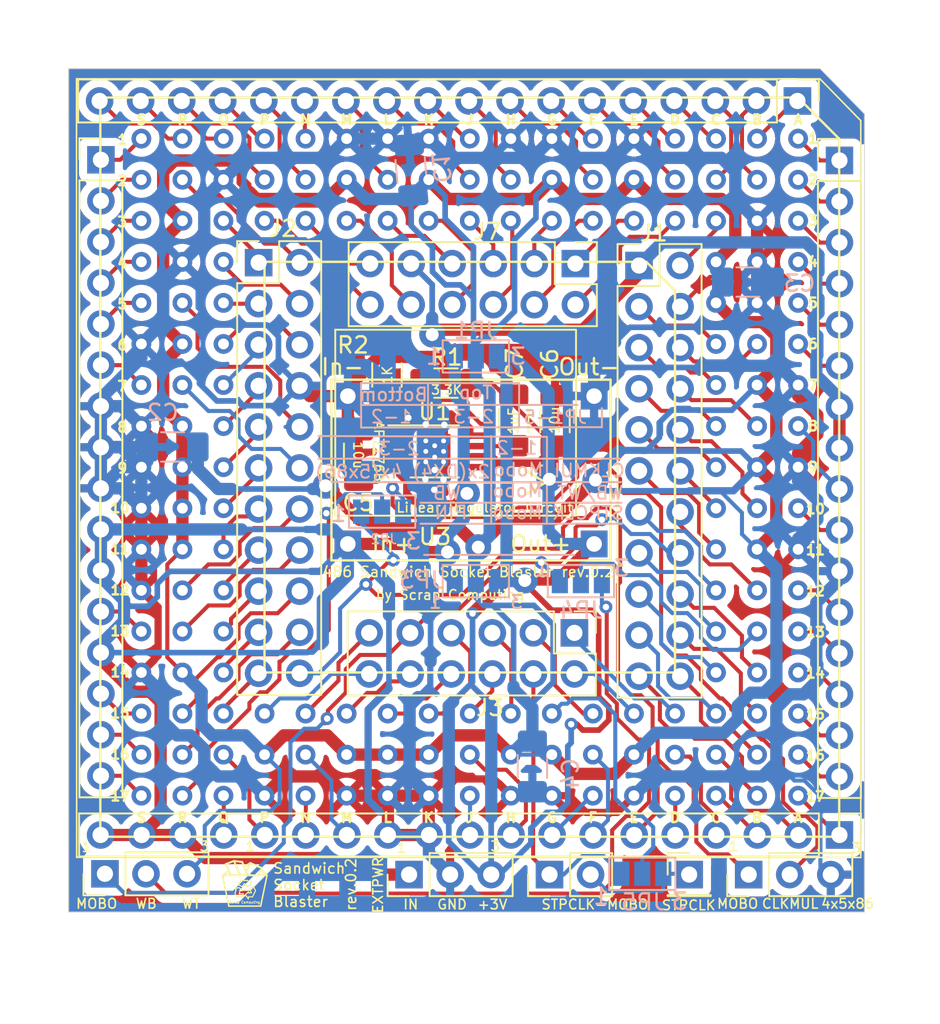
<source format=kicad_pcb>
(kicad_pcb (version 20221018) (generator pcbnew)
  (layers (0 "F.Cu" signal) (31 "B.Cu" signal) (34 "B.Paste" user) (35 "F.Paste" user) (36 "B.SilkS" user "B.Silkscreen") (37 "F.SilkS" user "F.Silkscreen") (38 "B.Mask" user) (39 "F.Mask" user) (44 "Edge.Cuts" user))
  (net 0 "")
  (net 1 "A1")
  (net 2 "A2")
  (net 3 "A3")
  (net 4 "A4")
  (net 5 "A5")
  (net 6 "A6")
  (net 7 "A8")
  (net 8 "A10")
  (net 9 "A12")
  (net 10 "A13")
  (net 11 "A14")
  (net 12 "A15")
  (net 13 "A16")
  (net 14 "A17")
  (net 15 "B1")
  (net 16 "B2")
  (net 17 "B6")
  (net 18 "VSOCK")
  (net 19 "B8")
  (net 20 "B10")
  (net 21 "B12")
  (net 22 "B14")
  (net 23 "B15")
  (net 24 "B16")
  (net 25 "B17")
  (net 26 "C1")
  (net 27 "C2")
  (net 28 "C3")
  (net 29 "C6")
  (net 30 "C7")
  (net 31 "C8")
  (net 32 "C9")
  (net 33 "C10")
  (net 34 "C11")
  (net 35 "C12")
  (net 36 "C13")
  (net 37 "C14")
  (net 38 "C15")
  (net 39 "C16")
  (net 40 "C17")
  (net 41 "D1")
  (net 42 "D2")
  (net 43 "D3")
  (net 44 "D15")
  (net 45 "D16")
  (net 46 "D17")
  (net 47 "E3")
  (net 48 "F1")
  (net 49 "F2")
  (net 50 "F3")
  (net 51 "F15")
  (net 52 "F16")
  (net 53 "F17")
  (net 54 "G3")
  (net 55 "H2")
  (net 56 "H3")
  (net 57 "H15")
  (net 58 "J1")
  (net 59 "J2")
  (net 60 "J3")
  (net 61 "J15")
  (net 62 "J16")
  (net 63 "J17")
  (net 64 "K3")
  (net 65 "K15")
  (net 66 "L2")
  (net 67 "L3")
  (net 68 "L15")
  (net 69 "M3")
  (net 70 "M15")
  (net 71 "N1")
  (net 72 "N2")
  (net 73 "N3")
  (net 74 "N15")
  (net 75 "N16")
  (net 76 "N17")
  (net 77 "P1")
  (net 78 "P2")
  (net 79 "P3")
  (net 80 "P15")
  (net 81 "Q1")
  (net 82 "Q3")
  (net 83 "Q4")
  (net 84 "Q5")
  (net 85 "Q6")
  (net 86 "Q7")
  (net 87 "Q8")
  (net 88 "Q9")
  (net 89 "Q10")
  (net 90 "Q11")
  (net 91 "Q12")
  (net 92 "Q13")
  (net 93 "Q14")
  (net 94 "Q15")
  (net 95 "Q16")
  (net 96 "Q17")
  (net 97 "R1")
  (net 98 "R2")
  (net 99 "R5")
  (net 100 "R7")
  (net 101 "R12")
  (net 102 "R13")
  (net 103 "R15")
  (net 104 "R16")
  (net 105 "CLKMUL_SOCK")
  (net 106 "S1")
  (net 107 "S2")
  (net 108 "S3")
  (net 109 "S4")
  (net 110 "S5")
  (net 111 "S7")
  (net 112 "S13")
  (net 113 "S15")
  (net 114 "S16")
  (net 115 "S17")
  (net 116 "CLKMUL_PASSTHRU")
  (net 117 "CLKMUL_JMP")
  (net 118 "VPASSTHRU")
  (net 119 "GND")
  (net 120 "VREG_OUT")
  (net 121 "WBWT_PASSTHRU")
  (net 122 "WBWT_JMP")
  (net 123 "STPCLK_SOCK")
  (net 124 "E15")
  (net 125 "WBWT_SOCK")
  (net 126 "STPCLK_PASSTHRU")
  (net 127 "Net-(U1-FB)")
  (net 130 "STPCLK_JMP")
  (footprint "Capacitor_SMD:C_1206_3216Metric_Pad1.33x1.80mm_HandSolder" (layer "F.Cu") (at 121.6 37.2875 90)
    (fp_text reference "C6")
    (fp_text value "10uF")
  )
  (footprint "Connector_PinHeader_2.54mm:PinHeader_2x06_P2.54mm_Vertical" (layer "F.Cu") (at 122.86 27.56 -90)
    (fp_text reference "J7")
    (fp_text value "Conn_02x06_Odd_Even")
  )
  (footprint "Connector_PinHeader_2.54mm:PinHeader_1x01_P2.54mm_Vertical" (layer "F.Cu") (at 129.9 65.35)
    (fp_text reference "STP_CLK1" hide)
    (fp_text value "STP_CLK" hide)
  )
  (footprint "Connector_PinHeader_2.54mm:PinHeader_1x16_P2.54mm_Vertical" (layer "F.Cu") (at 93.5 21.14)
    (fp_text reference "J11" hide)
    (fp_text value "Conn_01x16_Pin")
  )
  (footprint "Connector_PinHeader_2.54mm:PinHeader_2x11_P2.54mm_Vertical" (layer "F.Cu") (at 126.8 27.68)
    (fp_text reference "J1")
    (fp_text value "Conn_02x11_Odd_Even")
  )
  (footprint "Connector_PinHeader_2.54mm:PinHeader_2x11_P2.54mm_Vertical" (layer "F.Cu") (at 103.26 27.5)
    (fp_text reference "J2")
    (fp_text value "Conn_02x11_Odd_Even")
  )
  (footprint "Resistor_SMD:R_1206_3216Metric_Pad1.30x1.75mm_HandSolder" (layer "F.Cu") (at 114.85 34.95)
    (fp_text reference "R1")
    (fp_text value "3.3K")
  )
  (footprint "Connector_PinHeader_2.54mm:PinHeader_1x03_P2.54mm_Vertical" (layer "F.Cu") (at 133.584293 65.350707 90)
    (fp_text reference "CLKMUL1" hide)
    (fp_text value "Conn_01x03_Pin")
  )
  (footprint "486pga:VoltageRegulator" (layer "F.Cu") (at 108.78 44.9)
    (fp_text reference "U3")
    (fp_text value "VoltageRegulator")
  )
  (footprint "Connector_PinHeader_2.54mm:PinHeader_1x02_P2.54mm_Vertical" (layer "F.Cu") (at 121.26 65.35 90)
    (fp_text reference "STPCLK5" hide)
    (fp_text value "Conn_01x02_Pin")
  )
  (footprint "Connector_PinHeader_2.54mm:PinHeader_1x16_P2.54mm_Vertical" (layer "F.Cu") (at 139.2 21.18)
    (fp_text reference "J10" hide)
    (fp_text value "Conn_01x16_Pin")
  )
  (footprint "Connector_PinHeader_2.54mm:PinHeader_2x06_P2.54mm_Vertical" (layer "F.Cu") (at 122.8 50.4 -90)
    (fp_text reference "J3")
    (fp_text value "Conn_02x06_Odd_Even" hide)
  )
  (footprint "Capacitor_SMD:C_1206_3216Metric_Pad1.33x1.80mm_HandSolder" (layer "F.Cu") (at 119.05 37.2625 -90)
    (fp_text reference "C7")
    (fp_text value "1uF")
  )
  (footprint "486pga:486_168pga_socket" (layer "F.Cu") (at 136.644 19.83)
    (fp_text reference "Bot1" hide)
    (fp_text value "486")
  )
  (footprint "Connector_PinHeader_2.54mm:PinHeader_1x03_P2.54mm_Vertical" (layer "F.Cu") (at 112.57 65.35 90)
    (fp_text reference "EXTPWR1" hide)
    (fp_text value "Conn_01x03")
  )
  (footprint "Connector_PinHeader_2.54mm:PinHeader_1x19_P2.54mm_Vertical" (layer "F.Cu") (at 139.2 62.9 -90)
    (fp_text reference "J9" hide)
    (fp_text value "Conn_01x19_Pin")
  )
  (footprint "Package_SO:MSOP-8-1EP_3x3mm_P0.65mm_EP1.95x2.15mm_ThermalVias" (layer "F.Cu") (at 114.154 39.175)
    (fp_text reference "U1")
    (fp_text value "~")
  )
  (footprint "Connector_PinHeader_2.54mm:PinHeader_1x03_P2.54mm_Vertical" (layer "F.Cu") (at 93.75 65.3 90)
    (fp_text reference "WB/WT1" hide)
    (fp_text value "Conn_01x03_Pin")
  )
  (footprint "Resistor_SMD:R_1206_3216Metric_Pad1.30x1.75mm_HandSolder" (layer "F.Cu") (at 111.2 34.45 90)
    (fp_text reference "R2")
    (fp_text value "1K")
  )
  (footprint "Connector_PinHeader_2.54mm:PinHeader_1x18_P2.54mm_Vertical" (layer "F.Cu") (at 136.6 17.5 -90)
    (fp_text reference "J4" hide)
    (fp_text value "Conn_01x18_Pin")
  )
  (footprint "Capacitor_SMD:C_1206_3216Metric_Pad1.33x1.80mm_HandSolder" (layer "F.Cu") (at 109.45 39.4 90)
    (fp_text reference "C5")
    (fp_text value "10uF")
  )
  (footprint "Jumper:SolderJumper-3_P1.3mm_Open_Pad1.0x1.5mm_NumberLabels" (layer "B.Cu") (at 127 65.3)
    (fp_text reference "JP5")
    (fp_text value "SolderJumper_3_Open")
  )
  (footprint "Jumper:SolderJumper-3_P1.3mm_Open_Pad1.0x1.5mm_NumberLabels" (layer "B.Cu") (at 110.9 42.9)
    (fp_text reference "JP2")
    (fp_text value "SolderJumper_3_Open")
  )
  (footprint "Capacitor_SMD:C_1206_3216Metric_Pad1.33x1.80mm_HandSolder" (layer "B.Cu") (at 97.9375 38.9 180)
    (fp_text reference "C2")
    (fp_text value "10uF")
  )
  (footprint "Capacitor_SMD:C_1206_3216Metric_Pad1.33x1.80mm_HandSolder" (layer "B.Cu") (at 112.693819 21.773446 95)
    (fp_text reference "C1")
    (fp_text value "10uF")
  )
  (footprint "Jumper:SolderJumper-3_P1.3mm_Open_Pad1.0x1.5mm_NumberLabels" (layer "B.Cu") (at 123.2 47.2)
    (fp_text reference "JP4")
    (fp_text value "SolderJumper_3_Open")
  )
  (footprint "Capacitor_SMD:C_1206_3216Metric_Pad1.33x1.80mm_HandSolder" (layer "B.Cu") (at 120.2 58.6625 -90)
    (fp_text reference "C4")
    (fp_text value "10uF")
  )
  (footprint "Jumper:SolderJumper-3_P1.3mm_Open_Pad1.0x1.5mm_NumberLabels" (layer "B.Cu") (at 116.7 33.3)
    (fp_text reference "JP1")
    (fp_text value "SolderJumper_3_Open")
  )
  (footprint "Capacitor_SMD:C_1206_3216Metric_Pad1.33x1.80mm_HandSolder" (layer "B.Cu") (at 133.5375 28.7)
    (fp_text reference "C3")
    (fp_text value "10uF")
  )
  (footprint "Jumper:SolderJumper-3_P1.3mm_Open_Pad1.0x1.5mm_NumberLabels" (layer "B.Cu") (at 116.7 47.2)
    (fp_text reference "JP3")
    (fp_text value "SolderJumper_3_Open")
  )
  (gr_line (start 124.5 37.675) (end 109.6 37.7) (stroke (width 0.12)) (layer "B.SilkS"))
  (gr_line (start 122.8 45.575) (end 113.5 45.575) (stroke (width 0.12)) (layer "B.SilkS"))
  (gr_line (start 119.38 34.95) (end 109.6 34.95) (stroke (width 0.12)) (layer "B.SilkS"))
  (gr_line (start 125.6 39.625) (end 106.95 39.625) (stroke (width 0.12)) (layer "B.SilkS"))
  (gr_line (start 124.5 36.5) (end 124.5 37.675) (stroke (width 0.12)) (layer "B.SilkS"))
  (gr_line (start 109.6 34.95) (end 109.6 37.7) (stroke (width 0.12)) (layer "B.SilkS"))
  (gr_line (start 125.75 43.65) (end 113.275 43.65) (stroke (width 0.12)) (layer "B.SilkS"))
  (gr_line (start 125.725 42.35) (end 113.275 42.35) (stroke (width 0.12)) (layer "B.SilkS"))
  (gr_line (start 123 36.3) (end 109.6 36.3) (stroke (width 0.12)) (layer "B.SilkS"))
  (gr_line (start 121.1025 38.275) (end 121.0975 43.625) (stroke (width 0.12)) (layer "B.SilkS"))
  (gr_line (start 117.655 38.225) (end 117.65 43.575) (stroke (width 0.12)) (layer "B.SilkS"))
  (gr_line (start 121.1025 38.275) (end 106.95 38.225) (stroke (width 0.12)) (layer "B.SilkS"))
  (gr_line (start 113.74 35.05) (end 113.74 37.7) (stroke (width 0.12)) (layer "B.SilkS"))
  (gr_line (start 119.38 34.95) (end 119.375 37.675) (stroke (width 0.12)) (layer "B.SilkS"))
  (gr_line (start 125.675 41.075) (end 107.025 41.075) (stroke (width 0.12)) (layer "B.SilkS"))
  (gr_line (start 92 64.28) (end 91.99 16.13) (stroke (width 0.1)) (layer "F.SilkS"))
  (gr_line (start 102.815 65.7755) (end 102.7515 65.839) (stroke (width 0.0692)) (layer "F.SilkS"))
  (gr_line (start 102.6245 66.855) (end 102.6245 66.728) (stroke (width 0.0692)) (layer "F.SilkS"))
  (gr_line (start 101.037 65.458) (end 101.418 67.2995) (stroke (width 0.0946)) (layer "F.SilkS"))
  (gr_line (start 102.8785 66.728) (end 103.069 66.347) (stroke (width 0.0692)) (layer "F.SilkS"))
  (gr_line (start 102.688 66.22) (end 102.815 66.474) (stroke (width 0.0692)) (layer "F.SilkS"))
  (gr_line (start 102.6245 66.728) (end 102.8785 66.728) (stroke (width 0.0692)) (layer "F.SilkS"))
  (gr_line (start 102.307 66.728) (end 101.926 66.728) (stroke (width 0.0692)) (layer "F.SilkS"))
  (gr_line (start 102.434 66.601) (end 102.6245 66.855) (stroke (width 0.0692)) (layer "F.SilkS"))
  (gr_line (start 102.4975 65.2675) (end 102.815 65.3945) (stroke (width 0.12)) (layer "F.SilkS"))
  (gr_line (start 101.037 65.3945) (end 103.7675 65.3945) (stroke (width 0.12)) (layer "F.SilkS"))
  (gr_line (start 91.99 16.13) (end 137.99 16.13) (stroke (width 0.1)) (layer "F.SilkS"))
  (gr_line (start 101.9895 65.966) (end 102.2435 66.093) (stroke (width 0.0692)) (layer "F.SilkS"))
  (gr_line (start 102.307 66.5375) (end 102.307 66.728) (stroke (width 0.0692)) (layer "F.SilkS"))
  (gr_line (start 103.069 66.347) (end 102.942 66.093) (stroke (width 0.0692)) (layer "F.SilkS"))
  (gr_line (start 101.037 65.3945) (end 101.418 65.1405) (stroke (width 0.12)) (layer "F.SilkS"))
  (gr_line (start 101.799 66.5375) (end 101.8625 66.2835) (stroke (width 0.0692)) (layer "F.SilkS"))
  (gr_line (start 102.2435 64.569) (end 102.561 65.3945) (stroke (width 0.12)) (layer "F.SilkS"))
  (gr_rect (start 108 31.65) (end 122.9 43.15) (stroke (width 0.12)) (fill none) (layer "F.SilkS"))
  (gr_line (start 102.2435 66.347) (end 102.1165 66.347) (stroke (width 0.0692)) (layer "F.SilkS"))
  (gr_line (start 102.6245 66.4105) (end 102.434 66.601) (stroke (width 0.0692)) (layer "F.SilkS"))
  (gr_line (start 102.561 65.712) (end 102.18 65.712) (stroke (width 0.0692)) (layer "F.SilkS"))
  (gr_line (start 102.6245 66.474) (end 102.6245 66.4105) (stroke (width 0.0692)) (layer "F.SilkS"))
  (gr_line (start 102.2435 66.093) (end 102.3705 65.9025) (stroke (width 0.0692)) (layer "F.SilkS"))
  (gr_line (start 102.7515 64.6325) (end 102.4975 65.1405) (stroke (width 0.12)) (layer "F.SilkS"))
  (gr_line (start 102.4975 66.093) (end 102.7515 66.0295) (stroke (width 0.0692)) (layer "F.SilkS"))
  (gr_line (start 103.45 64.95) (end 102.7515 64.6325) (stroke (width 0.12)) (layer "F.SilkS"))
  (gr_line (start 140.52 18.72) (end 140.52 64.29) (stroke (width 0.1)) (layer "F.SilkS"))
  (gr_line (start 101.7355 66.22) (end 102.053 66.1565) (stroke (width 0.0692)) (layer "F.SilkS"))
  (gr_line (start 103.3865 67.2995) (end 103.7675 65.458) (stroke (width 0.0946)) (layer "F.SilkS"))
  (gr_line (start 103.45 65.077) (end 103.7675 65.3945) (stroke (width 0.12)) (layer "F.SilkS"))
  (gr_line (start 101.926 66.728) (end 101.799 66.5375) (stroke (width 0.0692)) (layer "F.SilkS"))
  (gr_line (start 102.053 66.5375) (end 102.307 66.5375) (stroke (width 0.0692)) (layer "F.SilkS"))
  (gr_line (start 101.2275 64.696) (end 101.7355 64.5055) (stroke (width 0.12)) (layer "F.SilkS"))
  (gr_line (start 102.7515 64.6325) (end 102.434 64.823) (stroke (width 0.12)) (layer "F.SilkS"))
  (gr_line (start 101.418 67.2995) (end 103.3865 67.2995) (stroke (width 0.0946)) (layer "F.SilkS"))
  (gr_line (start 101.7355 64.5055) (end 102.1165 65.3945) (stroke (width 0.12)) (layer "F.SilkS"))
  (gr_line (start 102.7515 66.0295) (end 102.815 65.7755) (stroke (width 0.0692)) (layer "F.SilkS"))
  (gr_line (start 140.52 64.29) (end 92 64.28) (stroke (width 0.1)) (layer "F.SilkS"))
  (gr_line (start 102.942 66.093) (end 102.688 66.22) (stroke (width 0.0692)) (layer "F.SilkS"))
  (gr_line (start 137.99 16.13) (end 140.52 18.72) (stroke (width 0.1)) (layer "F.SilkS"))
  (gr_line (start 102.815 66.474) (end 102.6245 66.474) (stroke (width 0.0692)) (layer "F.SilkS"))
  (gr_line (start 102.3705 65.9025) (end 102.561 66.0295) (stroke (width 0.0692)) (layer "F.SilkS"))
  (gr_line (start 101.8625 66.2835) (end 101.7355 66.22) (stroke (width 0.0692)) (layer "F.SilkS"))
  (gr_line (start 102.7515 65.839) (end 102.561 65.712) (stroke (width 0.0692)) (layer "F.SilkS"))
  (gr_line (start 102.053 66.1565) (end 102.2435 66.347) (stroke (width 0.0692)) (layer "F.SilkS"))
  (gr_line (start 101.545 65.3945) (end 101.2275 64.696) (stroke (width 0.12)) (layer "F.SilkS"))
  (gr_line (start 102.18 65.712) (end 101.9895 65.966) (stroke (width 0.0692)) (layer "F.SilkS"))
  (gr_line (start 102.561 66.0295) (end 102.4975 66.093) (stroke (width 0.0692)) (layer "F.SilkS"))
  (gr_line (start 103.2595 65.331) (end 103.45 64.95) (stroke (width 0.12)) (layer "F.SilkS"))
  (gr_line (start 102.1165 66.347) (end 102.053 66.5375) (stroke (width 0.0692)) (layer "F.SilkS"))
  (gr_line (start 101.7355 64.5055) (end 102.2435 64.569) (stroke (width 0.12)) (layer "F.SilkS"))
  (gr_line (start 91.5 15.5) (end 138 15.5) (stroke (width 0.05)) (layer "Edge.Cuts"))
  (gr_line (start 91.5 67.67) (end 91.5 15.5) (stroke (width 0.05)) (layer "Edge.Cuts"))
  (gr_line (start 140.75 18.3) (end 140.75 67.67) (stroke (width 0.05)) (layer "Edge.Cuts"))
  (gr_line (start 138 15.5) (end 140.75 18.3) (stroke (width 0.05)) (layer "Edge.Cuts"))
  (gr_line (start 140.75 67.67) (end 91.5 67.67) (stroke (width 0.05)) (layer "Edge.Cuts"))
  (gr_text "WB" (at 115.85 42.225) (layer "B.SilkS") (effects (font (size 0.8 0.8) (thickness 0.12)) (justify left bottom mirror)))
  (gr_text "Top" (at 117.8 36) (layer "B.SilkS") (effects (font (size 0.8 0.8) (thickness 0.13)) (justify left bottom mirror)))
  (gr_text "1-2" (at 112.8 37.5) (layer "B.SilkS") (effects (font (size 0.8 0.8) (thickness 0.12)) (justify left bottom mirror)))
  (gr_text "Bottom" (at 113.8 36.13) (layer "B.SilkS") (effects (font (size 0.8 0.8) (thickness 0.13)) (justify left bottom mirror)))
  (gr_text "JP1-5" (at 123.65 37.525) (layer "B.SilkS") (effects (font (size 0.8 0.8) (thickness 0.12)) (justify left bottom mirror)))
  (gr_text "2-3" (at 113.275 39.475) (layer "B.SilkS") (effects (font (size 0.8 0.8) (thickness 0.12)) (justify left bottom mirror)))
  (gr_text "Mobo" (at 120.95 40.775) (layer "B.SilkS") (effects (font (size 0.8 0.8) (thickness 0.12)) (justify left bottom mirror)))
  (gr_text "WB/WT" (at 125.9 42.2) (layer "B.SilkS") (effects (font (size 0.8 0.8) (thickness 0.12)) (justify left bottom mirror)))
  (gr_text "Mobo" (at 120.9 43.425) (layer "B.SilkS") (effects (font (size 0.8 0.8) (thickness 0.12)) (justify left bottom mirror)))
  (gr_text "2x(DX4) 4x(5x86)" (at 117.6525 40.9) (layer "B.SilkS") (effects (font (size 0.8 0.8) (thickness 0.12)) (justify left bottom mirror)))
  (gr_text "STPCLK" (at 125.925 43.45) (layer "B.SilkS") (effects (font (size 0.8 0.8) (thickness 0.12)) (justify left bottom mirror)))
  (gr_text "\n" (at 123.38 38.04) (layer "B.SilkS") (effects (font (size 0.6 0.6) (thickness 0.1) bold) (justify left bottom mirror)))
  (gr_text "Mobo" (at 120.9 42.075) (layer "B.SilkS") (effects (font (size 0.8 0.8) (thickness 0.12)) (justify left bottom mirror)))
  (gr_text "PIN" (at 116.25 43.425) (layer "B.SilkS") (effects (font (size 0.8 0.8) (thickness 0.12)) (justify left bottom mirror)))
  (gr_text "CLKMUL" (at 126 40.825) (layer "B.SilkS") (effects (font (size 0.8 0.8) (thickness 0.12)) (justify left bottom mirror)))
  (gr_text "1-2" (at 120.575 39.425) (layer "B.SilkS") (effects (font (size 0.8 0.8) (thickness 0.12)) (justify left bottom mirror)))
  (gr_text "2-3" (at 117.9 37.5) (layer "B.SilkS") (effects (font (size 0.8 0.8) (thickness 0.12)) (justify left bottom mirror)))
  (gr_text "10u" (at 109.075 38.5 270) (layer "F.SilkS") (effects (font (size 0.6 0.6) (thickness 0.1) bold) (justify left bottom)))
  (gr_text "1uF" (at 119.375 38.175 90) (layer "F.SilkS") (effects (font (size 0.6 0.6) (thickness 0.1) bold) (justify left bottom)))
  (gr_text "by Scrap Computing" (at 110.45 48.4) (layer "F.SilkS") (effects (font (size 0.6 0.6) (thickness 0.1) bold) (justify left bottom)))
  (gr_text "10u" (at 121.925 38.15 90) (layer "F.SilkS") (effects (font (size 0.6 0.6) (thickness 0.1) bold) (justify left bottom)))
  (gr_text "AP7176B" (at 110.375 37.25 270) (layer "F.SilkS") (effects (font (size 0.56 0.56) (thickness 0.1) bold) (justify left bottom)))
  (gr_text "Sandwich\nSocket\nBlaster" (at 104.1 67.4) (layer "F.SilkS") (effects (font (size 0.64 0.64) (thickness 0.1) bold) (justify left bottom)))
  (gr_text "3" (at 140.24 63.71) (layer "F.SilkS") (effects (font (size 0.6 0.6) (thickness 0.1) bold)))
  (gr_text "1" (at 102.4 63.95) (layer "F.SilkS") (effects (font (size 0.6 0.6) (thickness 0.1) bold) (justify left bottom)))
  (gr_text "Scrap Computing" (at 102.3959 67.06074) (layer "F.SilkS") (effects (font (size 0.14656 0.14656) (thickness 0.03156))))
  (gr_text "1" (at 111.75 64.05) (layer "F.SilkS") (effects (font (size 0.6 0.6) (thickness 0.1) bold) (justify left bottom)))
  (gr_text "1" (at 92.25 64) (layer "F.SilkS") (effects (font (size 0.6 0.6) (thickness 0.1) bold) (justify left bottom)))
  (gr_text "1" (at 132.65 63.6) (layer "F.SilkS") (effects (font (size 0.6 0.6) (thickness 0.1) bold)))
  (gr_text "EXTPWR" (at 111 67.8 90) (layer "F.SilkS") (effects (font (size 0.6 0.6) (thickness 0.1) bold) (justify left bottom)))
  (gr_text "WB" (at 95.6 67.5) (layer "F.SilkS") (effects (font (size 0.6 0.6) (thickness 0.1) bold) (justify left bottom)))
  (gr_text "GND" (at 114.25 67.55) (layer "F.SilkS") (effects (font (size 0.6 0.6) (thickness 0.1) bold) (justify left bottom)))
  (gr_text "3" (at 117.9 63.6) (layer "F.SilkS") (effects (font (size 0.6 0.6) (thickness 0.1) bold)))
  (gr_text "1K" (at 111.575 35.125 90) (layer "F.SilkS") (effects (font (size 0.6 0.6) (thickness 0.1) bold) (justify left bottom)))
  (gr_text "WT" (at 98.45 67.5) (layer "F.SilkS") (effects (font (size 0.6 0.6) (thickness 0.1) bold) (justify left bottom)))
  (gr_text "IN" (at 112.15 67.55) (layer "F.SilkS") (effects (font (size 0.6 0.6) (thickness 0.1) bold) (justify left bottom)))
  (gr_text "MOBO" (at 91.9 67.5) (layer "F.SilkS") (effects (font (size 0.6 0.6) (thickness 0.1) bold) (justify left bottom)))
  (gr_text "STPCLK-MOBO" (at 120.7 67.55) (layer "F.SilkS") (effects (font (size 0.6 0.6) (thickness 0.1) bold) (justify left bottom)))
  (gr_text "3" (at 99.55 63.95) (layer "F.SilkS") (effects (font (size 0.6 0.6) (thickness 0.1) bold) (justify left bottom)))
  (gr_text "CLKMUL" (at 136.15 67.15) (layer "F.SilkS") (effects (font (size 0.6 0.6) (thickness 0.1) bold)))
  (gr_text "STPCLK" (at 128.15 67.6) (layer "F.SilkS") (effects (font (size 0.6 0.6) (thickness 0.1) bold) (justify left bottom)))
  (gr_text "3.3K" (at 113.875 35.7) (layer "F.SilkS") (effects (font (size 0.56 0.56) (thickness 0.1) bold) (justify left bottom)))
  (gr_text "486 Sandwich Socket Blaster rev.0.2" (at 107.15 47) (layer "F.SilkS") (effects (font (size 0.64 0.64) (thickness 0.1) bold) (justify left bottom)))
  (gr_text "MOBO" (at 132.9 67.15) (layer "F.SilkS") (effects (font (size 0.6 0.6) (thickness 0.1) bold)))
  (gr_text "rev.0.2" (at 109.35 67.65 90) (layer "F.SilkS") (effects (font (size 0.64 0.64) (thickness 0.1) bold) (justify left bottom)))
  (gr_text "+3V" (at 116.75 67.55) (layer "F.SilkS") (effects (font (size 0.6 0.6) (thickness 0.1) bold) (justify left bottom)))
  (gr_text "4x5x86" (at 139.7 67.15) (layer "F.SilkS") (effects (font (size 0.6 0.6) (thickness 0.1) bold)))
  (gr_text "Linear Regulator Circuit" (at 111.725 43) (layer "F.SilkS") (effects (font (size 0.6 0.6) (thickness 0.1) bold) (justify left bottom)))
  (segment (start 139.2 21.18) (end 137.994 21.18) (width 0.25) (layer "F.Cu") (net 1))
  (segment (start 137.994 21.18) (end 136.644 19.83) (width 0.25) (layer "F.Cu") (net 1))
  (segment (start 139.2 23.72) (end 137.994 23.72) (width 0.25) (layer "F.Cu") (net 2))
  (segment (start 137.994 23.72) (end 136.644 22.37) (width 0.25) (layer "F.Cu") (net 2))
  (segment (start 137.994 26.26) (end 136.644 24.91) (width 0.25) (layer "F.Cu") (net 3))
  (segment (start 139.2 26.26) (end 137.994 26.26) (width 0.25) (layer "F.Cu") (net 3))
  (segment (start 137.994 28.8) (end 136.644 27.45) (width 0.25) (layer "F.Cu") (net 4))
  (segment (start 139.2 28.8) (end 137.994 28.8) (width 0.25) (layer "F.Cu") (net 4))
  (segment (start 139.2 31.34) (end 137.994 31.34) (width 0.25) (layer "F.Cu") (net 5))
  (segment (start 137.994 31.34) (end 136.644 29.99) (width 0.25) (layer "F.Cu") (net 5))
  (segment (start 139.2 33.88) (end 137.994 33.88) (width 0.25) (layer "F.Cu") (net 6))
  (segment (start 137.994 33.88) (end 136.644 32.53) (width 0.25) (layer "F.Cu") (net 6))
  (segment (start 139.2 41.5) (end 139.2 41.38371) (width 0.25) (layer "F.Cu") (net 7))
  (segment (start 137.579 38.545) (end 137.579 39.879) (width 0.25) (layer "B.Cu") (net 7))
  (segment (start 136.644 37.61) (end 137.579 38.545) (width 0.25) (layer "B.Cu") (net 7))
  (segment (start 137.579 39.879) (end 139.2 41.5) (width 0.25) (layer "B.Cu") (net 7))
  (segment (start 136.644 42.69) (end 137.994 44.04) (width 0.25) (layer "F.Cu") (net 8))
  (segment (start 137.994 44.04) (end 139.2 44.04) (width 0.25) (layer "F.Cu") (net 8))
  (segment (start 137.85 47.77) (end 139.2 49.12) (width 0.25) (layer "F.Cu") (net 9))
  (segment (start 136.644 47.77) (end 137.85 47.77) (width 0.25) (layer "F.Cu") (net 9))
  (segment (start 137.85 50.31) (end 139.2 51.66) (width 0.25) (layer "F.Cu") (net 10))
  (segment (start 136.644 50.31) (end 137.85 50.31) (width 0.25) (layer "F.Cu") (net 10))
  (segment (start 136.644 52.85) (end 137.85 52.85) (width 0.25) (layer "F.Cu") (net 11))
  (segment (start 137.85 52.85) (end 139.2 54.2) (width 0.25) (layer "F.Cu") (net 11))
  (segment (start 136.644 55.39) (end 137.994 56.74) (width 0.25) (layer "F.Cu") (net 12))
  (segment (start 137.994 56.74) (end 139.2 56.74) (width 0.25) (layer "F.Cu") (net 12))
  (segment (start 136.644 57.93) (end 137.994 59.28) (width 0.25) (layer "F.Cu") (net 13))
  (segment (start 137.994 59.28) (end 139.2 59.28) (width 0.25) (layer "F.Cu") (net 13))
  (segment (start 139.074 62.9) (end 136.644 60.47) (width 0.25) (layer "F.Cu") (net 14))
  (segment (start 139.2 62.9) (end 139.074 62.9) (width 0.25) (layer "F.Cu") (net 14))
  (segment (start 136.434 17.5) (end 134.104 19.83) (width 0.25) (layer "F.Cu") (net 15))
  (segment (start 136.6 17.5) (end 136.434 17.5) (width 0.25) (layer "F.Cu") (net 15))
  (segment (start 134.06 17.5) (end 133.169 18.391) (width 0.25) (layer "F.Cu") (net 16))
  (segment (start 133.169 21.435) (end 134.104 22.37) (width 0.25) (layer "F.Cu") (net 16))
  (segment (start 133.169 18.391) (end 133.169 21.435) (width 0.25) (layer "F.Cu") (net 16))
  (segment (start 130.19 33.61) (end 133.024 33.61) (width 0.25) (layer "F.Cu") (net 17))
  (segment (start 129.34 32.76) (end 130.19 33.61) (width 0.25) (layer "F.Cu") (net 17))
  (segment (start 133.024 33.61) (end 134.104 32.53) (width 0.25) (layer "F.Cu") (net 17))
  (segment (start 117.674 56.74) (end 114.974 56.74) (width 0.76) (layer "F.Cu") (net 18))
  (segment (start 134.104 40.15) (end 135.294 38.96) (width 0.76) (layer "F.Cu") (net 18))
  (segment (start 98.544 45.23) (end 98.544 42.69) (width 0.76) (layer "F.Cu") (net 18))
  (segment (start 98.544 37.61) (end 97.354 36.42) (width 0.76) (layer "F.Cu") (net 18))
  (segment (start 132.754 26.26) (end 131.564 27.45) (width 0.76) (layer "F.Cu") (net 18))
  (segment (start 101.576915 21.18) (end 102.119 21.722085) (width 0.45) (layer "F.Cu") (net 18))
  (segment (start 98.544 40.15) (end 98.544 37.61) (width 0.76) (layer "F.Cu") (net 18))
  (segment (start 124.036583 40.95) (end 124.1 40.95) (width 0.76) (layer "F.Cu") (net 18))
  (segment (start 135.294 41.34) (end 134.104 40.15) (width 0.76) (layer "F.Cu") (net 18))
  (segment (start 125.294 59.12) (end 126.484 57.93) (width 0.76) (layer "F.Cu") (net 18))
  (segment (start 135.294 33.88) (end 135.294 32.037085) (width 0.76) (layer "F.Cu") (net 18))
  (segment (start 122.594 59.12) (end 125.294 59.12) (width 0.76) (layer "F.Cu") (net 18))
  (segment (start 121.404 57.93) (end 122.594 59.12) (width 0.76) (layer "F.Cu") (net 18))
  (segment (start 98.065 21.435) (end 101.47129 21.435) (width 0.25) (layer "F.Cu") (net 18))
  (segment (start 109.50593 43.40593) (end 107.4 41.3) (width 0.76) (layer "F.Cu") (net 18))
  (segment (start 97.609 21.891) (end 98.065 21.435) (width 0.25) (layer "F.Cu") (net 18))
  (segment (start 108.704 22.37) (end 107.354 23.72) (width 0.76) (layer "F.Cu") (net 18))
  (segment (start 102.905 23.305) (end 107.769 23.305) (width 0.25) (layer "F.Cu") (net 18))
  (segment (start 107.354 23.72) (end 103.291085 23.72) (width 0.76) (layer "F.Cu") (net 18))
  (segment (start 114.974 23.56) (end 120.214 23.56) (width 0.76) (layer "F.Cu") (net 18))
  (segment (start 107.769 23.305) (end 108.704 22.37) (width 0.25) (layer "F.Cu") (net 18))
  (segment (start 97.609 51.915) (end 98.544 52.85) (width 0.25) (layer "F.Cu") (net 18))
  (segment (start 97.354 26.1) (end 98.544 24.91) (width 0.76) (layer "F.Cu") (net 18))
  (segment (start 97.354 23.72) (end 97.354 21.877085) (width 0.76) (layer "F.Cu") (net 18))
  (segment (start 113.784 22.37) (end 114.974 23.56) (width 0.76) (layer "F.Cu") (net 18))
  (segment (start 102.689 23.089) (end 102.905 23.305) (width 0.25) (layer "F.Cu") (net 18))
  (segment (start 135.294 36.26) (end 134.104 35.07) (width 0.76) (layer "F.Cu") (net 18))
  (segment (start 98.544 45.23) (end 97.609 46.165) (width 0.25) (layer "F.Cu") (net 18))
  (segment (start 107.7 41.6) (end 107.6 41.6) (width 0.76) (layer "F.Cu") (net 18))
  (segment (start 101.47129 21.435) (end 102.689 22.65271) (width 0.25) (layer "F.Cu") (net 18))
  (segment (start 135.294 32.037085) (end 134.436915 31.18) (width 0.76) (layer "F.Cu") (net 18))
  (segment (start 131.896915 23.56) (end 132.754 24.417085) (width 0.76) (layer "F.Cu") (net 18))
  (segment (start 134.104 35.07) (end 135.294 33.88) (width 0.76) (layer "F.Cu") (net 18))
  (segment (start 110.64 43.94) (end 110.10593 43.40593) (width 0.76) (layer "F.Cu") (net 18))
  (segment (start 97.354 36.42) (end 97.354 33.72) (width 0.76) (layer "F.Cu") (net 18))
  (segment (start 114.974 56.74) (end 113.784 57.93) (width 0.76) (layer "F.Cu") (net 18))
  (segment (start 126.484 22.37) (end 127.674 23.56) (width 0.76) (layer "F.Cu") (net 18))
  (segment (start 102.689 22.65271) (end 102.689 23.089) (width 0.25) (layer "F.Cu") (net 18))
  (segment (start 108.704 57.93) (end 107.514 56.74) (width 0.76) (layer "F.Cu") (net 18))
  (segment (start 107.9 41.6) (end 107.8 41.5) (width 0.76) (layer "F.Cu") (net 18))
  (segment (start 97.609 46.165) (end 97.609 51.915) (width 0.25) (layer "F.Cu") (net 18))
  (segment (start 120.214 23.56) (end 121.404 22.37) (width 0.76) (layer "F.Cu") (net 18))
  (segment (start 118.6 43.35) (end 121.636583 43.35) (width 0.76) (layer "F.Cu") (net 18))
  (segment (start 115.69 43.94) (end 110.64 43.94) (width 0.76) (layer "F.Cu") (net 18))
  (segment (start 98.544 24.91) (end 97.354 23.72) (width 0.76) (layer "F.Cu") (net 18))
  (segment (start 132.754 31.18) (end 131.564 29.99) (width 0.76) (layer "F.Cu") (net 18))
  (segment (start 97.609 23.975) (end 97.609 21.891) (width 0.25) (layer "F.Cu") (net 18))
  (segment (start 111.244 57.93) (end 113.784 57.93) (width 0.76) (layer "F.Cu") (net 18))
  (segment (start 134.436915 31.18) (end 132.754 31.18) (width 0.76) (layer "F.Cu") (net 18))
  (segment (start 98.544 42.69) (end 98.544 40.15) (width 0.76) (layer "F.Cu") (net 18))
  (segment (start 97.354 21.877085) (end 98.051085 21.18) (width 0.76) (layer "F.Cu") (net 18))
  (segment (start 122.594 23.56) (end 125.294 23.56) (width 0.76) (layer "F.Cu") (net 18))
  (segment (start 121.404 22.37) (end 122.594 23.56) (width 0.76) (layer "F.Cu") (net 18))
  (segment (start 118.864 57.93) (end 117.674 56.74) (width 0.76) (layer "F.Cu") (net 18))
  (segment (start 97.354 31.34) (end 97.354 26.1) (width 0.76) (layer "F.Cu") (net 18))
  (segment (start 127.674 23.56) (end 131.896915 23.56) (width 0.76) (layer "F.Cu") (net 18))
  (segment (start 103.291085 23.72) (end 102.685542 23.114457) (width 0.76) (layer "F.Cu") (net 18))
  (segment (start 98.544 24.91) (end 97.609 23.975) (width 0.25) (layer "F.Cu") (net 18))
  (segment (start 132.754 24.417085) (end 132.754 26.26) (width 0.76) (layer "F.Cu") (net 18))
  (segment (start 107.8 41.5) (end 107.7 41.6) (width 0.76) (layer "F.Cu") (net 18))
  (segment (start 104.814 56.74) (end 103.624 57.93) (width 0.76) (layer "F.Cu") (net 18))
  (segment (start 97.354 33.72) (end 98.544 32.53) (width 0.76) (layer "F.Cu") (net 18))
  (segment (start 116.85 45.1) (end 118.6 43.35) (width 0.76) (layer "F.Cu") (net 18))
  (segment (start 110.10593 43.40593) (end 109.50593 43.40593) (width 0.76) (layer "F.Cu") (net 18))
  (segment (start 135.294 38.96) (end 135.294 36.26) (width 0.76) (layer "F.Cu") (net 18))
  (segment (start 135.294 44.04) (end 135.294 41.34) (width 0.76) (layer "F.Cu") (net 18))
  (segment (start 121.636583 43.35) (end 124.036583 40.95) (width 0.76) (layer "F.Cu") (net 18))
  (segment (start 107.514 56.74) (end 104.814 56.74) (width 0.76) (layer "F.Cu") (net 18))
  (segment (start 102.119 22.547914) (end 102.685542 23.114457) (width 0.45) (layer "F.Cu") (net 18))
  (segment (start 125.294 23.56) (end 126.484 22.37) (width 0.76) (layer "F.Cu") (net 18))
  (segment (start 98.544 32.53) (end 97.354 31.34) (width 0.76) (layer "F.Cu") (net 18))
  (segment (start 98.051085 21.18) (end 101.576915 21.18) (width 0.76) (layer "F.Cu") (net 18))
  (segment (start 102.119 21.722085) (end 102.119 22.547914) (width 0.45) (layer "F.Cu") (net 18))
  (segment (start 134.104 45.23) (end 135.294 44.04) (width 0.76) (layer "F.Cu") (net 18))
  (segment (start 116.85 45.1) (end 115.69 43.94) (width 0.76) (layer "F.Cu") (net 18))
  (segment (start 108.704 57.93) (end 111.244 57.93) (width 0.76) (layer "F.Cu") (net 18))
  (via (at 124.1 40.95) (size 1.6) (drill 0.8) (layers "F.Cu" "B.Cu") (net 18))
  (via (at 107.4 41.3) (size 1.6) (drill 0.8) (layers "F.Cu" "B.Cu") (net 18))
  (via (at 116.85 45.1) (size 1.6) (drill 0.8) (layers "F.Cu" "B.Cu") (net 18))
  (segment (start 128.050851 38.321561) (end 127.217412 39.155) (width 0.35) (layer "B.Cu") (net 18))
  (segment (start 124.1 40.6) (end 125.545 39.155) (width 0.76) (layer "B.Cu") (net 18))
  (segment (start 116.7 48.2) (end 116.7 47.2) (width 0.35) (layer "B.Cu") (net 18))
  (segment (start 100.407999 56.74) (end 102.434 56.74) (width 0.76) (layer "B.Cu") (net 18))
  (segment (start 104.01129 61.405) (end 104.559 60.85729) (width 0.25) (layer "B.Cu") (net 18))
  (segment (start 131.564 27.45) (end 131.564 27.964) (width 0.76) (layer "B.Cu") (net 18))
  (segment (start 119.095 26.072001) (end 120.419 24.748001) (width 0.35) (layer "B.Cu") (net 18))
  (segment (start 126.484 57.93) (end 127.834 56.58) (width 0.76) (layer "B.Cu") (net 18))
  (segment (start 109.894 23.56) (end 112.54 23.56) (width 0.76) (layer "B.Cu") (net 18))
  (segment (start 132.654 41.6) (end 134.104 40.15) (width 0.25) (layer "B.Cu") (net 18))
  (segment (start 124.761562 41.611562) (end 129.911561 41.611562) (width 0.35) (layer "B.Cu") (net 18))
  (segment (start 131.564 29.436) (end 132.3 28.7) (width 0.76) (layer "B.Cu") (net 18))
  (segment (start 132.056915 56.58) (end 132.914 55.722915) (width 0.76) (layer "B.Cu") (net 18))
  (segment (start 129.3 36.615) (end 128.832588 36.615) (width 0.35) (layer "B.Cu") (net 18))
  (segment (start 99.5 38.9) (end 99.5 40.248915) (width 0.76) (layer "B.Cu") (net 18))
  (segment (start 131.837712 56.58) (end 132.914 55.503712) (width 0.45) (layer "B.Cu") (net 18))
  (segment (start 107.6 41.42) (end 107.4 41.3) (width 0.25) (layer "B.Cu") (net 18))
  (segment (start 121.404 57.93) (end 121.03 57.93) (width 0.76) (layer "B.Cu") (net 18))
  (segment (start 132.914 55.3) (end 132.914 54.897085) (width 0.76) (layer "B.Cu") (net 18))
  (segment (start 120.2 57.1) (end 120.2 55.043085) (width 0.76) (layer "B.Cu") (net 18))
  (segment (start 117.1 32.1) (end 117.512412 32.1) (width 0.35) (layer "B.Cu") (net 18))
  (segment (start 135.3 53.35) (end 135.3 46.426) (width 0.76) (layer "B.Cu") (net 18))
  (segment (start 99.5 39.88829) (end 99.5 38.9) (width 0.25) (layer "B.Cu") (net 18))
  (segment (start 120.2 55.043085) (end 119.035 53.878085) (width 0.76) (layer "B.Cu") (net 18))
  (segment (start 102.434 56.74) (end 103.624 57.93) (width 0.76) (layer "B.Cu") (net 18))
  (segment (start 116.555 33.155) (end 116.555 29.9) (width 0.35) (layer "B.Cu") (net 18))
  (segment (start 116.555 29.682588) (end 116.555 29.9) (width 0.35) (layer "B.Cu") (net 18))
  (segment (start 99.5 40.248915) (end 100.751085 41.5) (width 0.76) (layer "B.Cu") (net 18))
  (segment (start 116.7 32.5) (end 117.1 32.1) (width 0.35) (layer "B.Cu") (net 18))
  (segment (start 99.5 39.194) (end 98.544 40.15) (width 0.25) (layer "B.Cu") (net 18))
  (segment (start 116.555 29.9) (end 116.555 26.534001) (width 0.35) (layer "B.Cu") (net 18))
  (segment (start 116.7 47.2) (end 116.8 47.3) (width 0.25) (layer "B.Cu") (net 18))
  (segment (start 120.2 54.732412) (end 121.485 53.447412) (width 0.35) (layer "B.Cu") (net 18))
  (segment (start 126 41.6) (end 126.3 41.6) (width 0.25) (layer "B.Cu") (net 18))
  (segment (start 128.050851 37.396737) (end 128.050851 38.321561) (width 0.35) (layer "B.Cu") (net 18))
  (segment (start 116.85 45.1) (end 116.6 45.35) (width 0.76) (layer "B.Cu") (net 18))
  (segment (start 117.752412 48.7) (end 119.035 49.982588) (width 0.35) (layer "B.Cu") (net 18))
  (segment (start 131.79629 41.6) (end 133.169 42.97271) (width 0.25) (layer "B.Cu") (net 18))
  (segment (start 116.7 33.3) (end 116.7 32.5) (width 0.35) (layer "B.Cu") (net 18))
  (segment (start 131.564 29.99) (end 131.564 29.436) (width 0.76) (layer "B.Cu") (net 18))
  (segment (start 127.217412 39.155) (end 127 39.155) (width 0.35) (layer "B.Cu") (net 18))
  (segment (start 116.6 44.85) (end 116.85 45.1) (width 0.76) (layer "B.Cu") (net 18))
  (segment (start 119.095 30.517412) (end 119.095 26.072001) (width 0.35) (layer "B.Cu") (net 18))
  (segment (start 127.834 56.58) (end 131.3 56.58) (width 0.76) (layer "B.Cu") (net 18))
  (segment (start 120.2 57.1) (end 120.2 54.732412) (width 0.35) (layer "B.Cu") (net 18))
  (segment (start 116.6 45.35) (end 116.6 47.1) (width 0.76) (layer "B.Cu") (net 18))
  (segment (start 121.03 57.93) (end 120.2 57.1) (width 0.76) (layer "B.Cu") (net 18))
  (segment (start 129.043299 36.475) (end 129.925 36.475) (width 0.25) (layer "B.Cu") (net 18))
  (segment (start 135.3 46.426) (end 134.104 45.23) (width 0.76) (layer "B.Cu") (net 18))
  (segment (start 124.1 40.95) (end 124.761562 41.611562) (width 0.35) (layer "B.Cu") (net 18))
  (segment (start 107.6 41.5) (end 106.6 41.5) (width 0.76) (layer "B.Cu") (net 18))
  (segment (start 120.419 24.748001) (end 120.419 23.355) (width 0.35) (layer "B.Cu") (net 18))
  (segment (start 115.747412 28.875) (end 116.555 29.682588) (width 0.35) (layer "B.Cu") (net 18))
  (segment (start 98.544 37.944) (end 99.5 38.9) (width 0.25) (layer "B.Cu") (net 18))
  (segment (start 131.564 27.964) (end 132.3 28.7) (width 0.76) (layer "B.Cu") (net 18))
  (segment (start 112.7 23.4) (end 112.594 23.506) (width 0.76) (layer "B.Cu") (net 18))
  (segment (start 116.7 47.2) (end 116.7 47.718299) (width 0.25) (layer "B.Cu") (net 18))
  (segment (start 132.914 55.503712) (end 132.914 55.3) (width 0.45) (layer "B.Cu") (net 18))
  (segment (start 118.864 57.93) (end 121.404 57.93) (width 0.25) (layer "B.Cu") (net 18))
  (segment (start 100.751085 41.5) (end 101.6 41.5) (width 0.76) (layer "B.Cu") (net 18))
  (segment (start 112.7 23.4) (end 112.7 25.219001) (width 0.35) (layer "B.Cu") (net 18))
  (segment (start 133.109 39.155) (end 125.545 39.155) (width 0.35) (layer "B.Cu") (net 18))
  (segment (start 114.8 24.779001) (end 114.8 23.386) (width 0.35) (layer "B.Cu") (net 18))
  (segment (start 127.286701 39.015) (end 128.165 38.136701) (width 0.25) (layer "B.Cu") (net 18))
  (segment (start 120.419 23.355) (end 121.404 22.37) (width 0.35) (layer "B.Cu") (net 18))
  (segment (start 131.564 27.45) (end 131.564 29.99) (width 0.25) (layer "B.Cu") (net 18))
  (segment (start 116.545 47.355) (end 116.7 47.2) (width 0.25) (layer "B.Cu") (net 18))
  (segment (start 117.2 48.7) (end 116.7 48.2) (width 0.35) (layer "B.Cu") (net 18))
  (segment (start 128.832588 36.615) (end 128.050851 37.396737) (width 0.35) (layer "B.Cu") (net 18))
  (segment (start 132.549 36.625) (end 130.475 36.625) (width 0.35) (layer "B.Cu") (net 18))
  (segment (start 133.169 42.97271) (end 133.169 44.295) (width 0.25) (layer "B.Cu") (net 18))
  (segment (start 98.544 52.85) (end 99.734 54.04) (width 0.76) (layer "B.Cu") (net 18))
  (segment (start 132.914 55.722915) (end 132.914 55.3) (width 0.76) (layer "B.Cu") (net 18))
  (segment (start 116.8 47.3) (end 116.545 47.555) (width 0.25) (layer "B.Cu") (net 18))
  (segment (start 112.754 23.4) (end 113.784 22.37) (width 0.76) (layer "B.Cu") (net 18))
  (segment (start 128.165 37.353299) (end 129.043299 36.475) (width 0.25) (layer "B.Cu") (net 18))
  (segment (start 117.55 35.55) (end 117.55 44.4) (width 0.75) (layer "B.Cu") (net 18))
  (segment (start 132.642438 41.611562) (end 129.911561 41.611562) (width 0.45) (layer "B.Cu") (net 18))
  (segment (start 104.559 58.865) (end 103.624 57.93) (width 0.25) (layer "B.Cu") (net 18))
  (segment (start 117.512412 32.1) (end 119.095 30.517412) (width 0.35) (layer "B.Cu") (net 18))
  (segment (start 124.1 40.95) (end 124.1 40.6) (width 0.76) (layer "B.Cu") (net 18))
  (segment (start 120.292412 48.7) (end 117.2 48.7) (width 0.35) (layer "B.Cu") (net 18))
  (segment (start 114.015 26.534001) (end 114.015 28.067412) (width 0.35) (layer "B.Cu") (net 18))
  (segment (start 121.485 53.447412) (end 121.485 49.892588) (width 0.35) (layer "B.Cu") (net 18))
  (segment (start 119.035 49.982588) (end 119.035 53.7) (width 0.35) (layer "B.Cu") (net 18))
  (segment (start 104.559 60.85729) (end 104.559 58.865) (width 0.25) (layer "B.Cu") (net 18))
  (segment (start 134.104 40.15) (end 132.642438 41.611562) (width 0.45) (layer "B.Cu") (net 18))
  (segment (start 98.83 65.3) (end 99.925 64.205) (width 0.25) (layer "B.Cu") (net 18))
  (segment (start 128.165 38.136701) (end 128.165 37.353299) (width 0.25) (layer "B.Cu") (net 18))
  (segment (start 101.6 41.5) (end 106.6 41.5) (width 0.35) (layer "B.Cu") (net 18))
  (segment (start 107.6 41.5) (end 107.6 41.42) (width 0.25) (layer "B.Cu") (net 18))
  (segment (start 112.54 23.56) (end 112.7 23.4) (width 0.76) (layer "B.Cu") (net 18))
  (segment (start 132.914 54.897085) (end 133.711085 54.1) (width 0.76) (layer "B.Cu") (net 18))
  (segment (start 116.555 26.534001) (end 114.8 24.779001) (width 0.35) (layer "B.Cu") (net 18))
  (segment (start 98.544 37.61) (end 98.544 37.944) (width 0.25) (layer "B.Cu") (net 18))
  (segment (start 100.85 61.405) (end 104.01129 61.405) (width 0.25) (layer "B.Cu") (net 18))
  (segment (start 125.685 39.015) (end 127.286701 39.015) (width 0.25) (layer "B.Cu") (net 18))
  (segment (start 126.3 41.6) (end 131.79629 41.6) (width 0.25) (layer "B.Cu") (net 18))
  (segment (start 116.7 33.3) (end 116.7 34.7) (width 0.75) (layer "B.Cu") (net 18))
  (segment (start 130.465 36.615) (end 129.3 36.615) (width 0.35) (layer "B.Cu") (net 18))
  (segment (start 107.4 41.3) (end 107.555 41.375) (width 0.25) (layer "B.Cu") (net 18))
  (segment (start 133.711085 54.1) (end 134.55 54.1) (width 0.76) (layer "B.Cu") (net 18))
  (segment (start 107.68 41.5) (end 107.6 41.5) (width 0.25) (layer "B.Cu") (net 18))
  (segment (start 112.7 25.219001) (end 114.015 26.534001) (width 0.35) (layer "B.Cu") (net 18))
  (segment (start 117.55 44.4) (end 116.85 45.1) (width 0.75) (layer "B.Cu") (net 18))
  (segment (start 114.015 28.067412) (end 114.822588 28.875) (width 0.35) (layer "B.Cu") (net 18))
  (segment (start 99.5 38.9) (end 99.5 39.194) (width 0.25) (layer "B.Cu") (net 18))
  (segment (start 132.144 56.325) (end 133.169 55.3) (width 0.25) (layer "B.Cu") (net 18))
  (segment (start 120.2 57.1) (end 119.694 57.1) (width 0.76) (layer "B.Cu") (net 18))
  (segment (start 116.7 33.3) (end 116.555 33.155) (width 0.35) (layer "B.Cu") (net 18))
  (segment (start 131.7 56.58) (end 131.837712 56.58) (width 0.45) (layer "B.Cu") (net 18))
  (segment (start 99.925 62.33) (end 100.85 61.405) (width 0.25) (layer "B.Cu") (net 18))
  (segment (start 126.3 41.6) (end 132.654 41.6) (width 0.25) (layer "B.Cu") (net 18))
  (segment (start 134.104 35.07) (end 132.549 36.625) (width 0.35) (layer "B.Cu") (net 18))
  (segment (start 131.3 56.58) (end 131.7 56.58) (width 0.76) (layer "B.Cu") (net 18))
  (segment (start 116.6 47.1) (end 116.8 47.3) (width 0.76) (layer "B.Cu") (net 18))
  (segment (start 114.822588 28.875) (end 115.747412 28.875) (width 0.35) (layer "B.Cu") (net 18))
  (segment (start 119.694 57.1) (end 118.864 57.93) (width 0.76) (layer "B.Cu") (net 18))
  (segment (start 99.734 56.066001) (end 100.407999 56.74) (width 0.76) (layer "B.Cu") (net 18))
  (segment (start 114.8 23.386) (end 113.784 22.37) (width 0.35) (layer "B.Cu") (net 18))
  (segment (start 129.757412 36.615) (end 129.3 36.615) (width 0.35) (layer "B.Cu") (net 18))
  (segment (start 119.035 53.878085) (end 119.035 53.7) (width 0.76) (layer "B.Cu") (net 18))
  (segment (start 128.089 56.325) (end 132.144 56.325) (width 0.25) (layer "B.Cu") (net 18))
  (segment (start 130.475 36.625) (end 130.465 36.615) (width 0.35) (layer "B.Cu") (net 18))
  (segment (start 117.2 48.7) (end 117.752412 48.7) (width 0.35) (layer "B.Cu") (net 18))
  (segment (start 134.104 40.15) (end 133.109 39.155) (width 0.35) (layer "B.Cu") (net 18))
  (segment (start 108.704 22.37) (end 109.894 23.56) (width 0.76) (layer "B.Cu") (net 18))
  (segment (start 112.7 23.4) (end 112.754 23.4) (width 0.76) (layer "B.Cu") (net 18))
  (segment (start 99.734 54.04) (end 99.734 56.066001) (width 0.76) (layer "B.Cu") (net 18))
  (segment (start 133.169 44.295) (end 134.104 45.23) (width 0.25) (layer "B.Cu") (net 18))
  (segment (start 131.3 56.58) (end 132.056915 56.58) (width 0.76) (layer "B.Cu") (net 18))
  (segment (start 121.485 49.892588) (end 120.292412 48.7) (width 0.35) (layer "B.Cu") (net 18))
  (segment (start 116.7 34.7) (end 117.55 35.55) (width 0.75) (layer "B.Cu") (net 18))
  (segment (start 123.75 40.95) (end 124.1 40.95) (width 0.76) (layer "B.Cu") (net 18))
  (segment (start 99.925 64.205) (end 99.925 62.33) (width 0.25) (layer "B.Cu") (net 18))
  (segment (start 126.484 57.93) (end 128.089 56.325) (width 0.25) (layer "B.Cu") (net 18))
  (segment (start 134.55 54.1) (end 135.3 53.35) (width 0.76) (layer "B.Cu") (net 18))
  (segment (start 130.045 36.005) (end 129.34 35.3) (width 0.25) (layer "F.Cu") (net 19))
  (segment (start 132.499 36.005) (end 130.045 36.005) (width 0.25) (layer "F.Cu") (net 19))
  (segment (start 134.104 37.61) (end 132.499 36.005) (width 0.25) (layer "F.Cu") (net 19))
  (segment (start 130.045 38.545) (end 131.28129 38.545) (width 0.25) (layer "F.Cu") (net 20))
  (segment (start 131.28129 38.545) (end 133.2 40.46371) (width 0.25) (layer "F.Cu") (net 20))
  (segment (start 129.34 37.84) (end 130.045 38.545) (width 0.25) (layer "F.Cu") (net 20))
  (segment (start 133.2 40.46371) (end 133.2 41.786) (width 0.25) (layer "F.Cu") (net 20))
  (segment (start 133.2 41.786) (end 134.104 42.69) (width 0.25) (layer "F.Cu") (net 20))
  (segment (start 131.17671 46.165) (end 130.629 45.61729) (width 0.25) (layer "F.Cu") (net 21))
  (segment (start 134.104 47.77) (end 132.499 46.165) (width 0.25) (layer "F.Cu") (net 21))
  (segment (start 129.34 43.74) (end 129.34 42.92) (width 0.25) (layer "F.Cu") (net 21))
  (segment (start 130.629 45.61729) (end 130.629 45.029) (width 0.25) (layer "F.Cu") (net 21))
  (segment (start 130.629 45.029) (end 129.34 43.74) (width 0.25) (layer "F.Cu") (net 21))
  (segment (start 132.499 46.165) (end 131.17671 46.165) (width 0.25) (layer "F.Cu") (net 21))
  (segment (start 129.34 48) (end 130.19 48.85) (width 0.25) (layer "F.Cu") (net 22))
  (segment (start 130.19 48.85) (end 131.45 48.85) (width 0.25) (layer "F.Cu") (net 22))
  (segment (start 133.169 50.569) (end 133.169 51.915) (width 0.25) (layer "F.Cu") (net 22))
  (segment (start 131.45 48.85) (end 133.169 50.569) (width 0.25) (layer "F.Cu") (net 22))
  (segment (start 133.169 51.915) (end 134.104 52.85) (width 0.25) (layer "F.Cu") (net 22))
  (segment (start 133.1 52.9) (end 133.1 54.386) (width 0.25) (layer "F.Cu") (net 23))
  (segment (start 131.59 51.39) (end 133.1 52.9) (width 0.25) (layer "F.Cu") (net 23))
  (segment (start 133.1 54.386) (end 134.104 55.39) (width 0.25) (layer "F.Cu") (net 23))
  (segment (start 129.34 50.54) (end 130.19 51.39) (width 0.25) (layer "F.Cu") (net 23))
  (segment (start 130.19 51.39) (end 131.59 51.39) (width 0.25) (layer "F.Cu") (net 23))
  (segment (start 132.674 56.5) (end 134.104 57.93) (width 0.25) (layer "F.Cu") (net 24))
  (segment (start 130.629 54.369) (end 130.629 55.829) (width 0.25) (layer "F.Cu") (net 24))
  (segment (start 129.34 53.08) (end 130.629 54.369) (width 0.25) (layer "F.Cu") (net 24))
  (segment (start 131.3 56.5) (end 132.674 56.5) (width 0.25) (layer "F.Cu") (net 24))
  (segment (start 130.629 55.829) (end 131.3 56.5) (width 0.25) (layer "F.Cu") (net 24))
  (segment (start 132.05 56.95) (end 130.25 56.95) (width 0.25) (layer "F.Cu") (net 25))
  (segment (start 128.089 54.369) (end 126.8 53.08) (width 0.25) (layer "F.Cu") (net 25))
  (segment (start 134.104 60.47) (end 133.169 59.535) (width 0.25) (layer "F.Cu") (net 25))
  (segment (start 129.9 56.6) (end 128.91171 56.6) (width 0.25) (layer "F.Cu") (net 25))
  (segment (start 130.25 56.95) (end 129.9 56.6) (width 0.25) (layer "F.Cu") (net 25))
  (segment (start 133.169 58.069) (end 132.05 56.95) (width 0.25) (layer "F.Cu") (net 25))
  (segment (start 128.089 55.77729) (end 128.089 54.369) (width 0.25) (layer "F.Cu") (net 25))
  (segment (start 133.169 59.535) (end 133.169 58.069) (width 0.25) (layer "F.Cu") (net 25))
  (segment (start 128.91171 56.6) (end 128.089 55.77729) (width 0.25) (layer "F.Cu") (net 25))
  (segment (start 128.98 17.5) (end 131.31 19.83) (width 0.25) (layer "F.Cu") (net 26))
  (segment (start 131.31 19.83) (end 131.564 19.83) (width 0.25) (layer "F.Cu") (net 26))
  (segment (start 132.499 21.435) (end 131.564 22.37) (width 0.25) (layer "F.Cu") (net 27))
  (segment (start 132.499 18.479) (end 132.499 21.435) (width 0.25) (layer "F.Cu") (net 27))
  (segment (start 131.52 17.5) (end 132.499 18.479) (width 0.25) (layer "F.Cu") (net 27))
  (segment (start 131.564 25.456) (end 131.564 24.91) (width 0.25) (layer "F.Cu") (net 28))
  (segment (start 129.34 27.68) (end 131.564 25.456) (width 0.25) (layer "F.Cu") (net 28))
  (segment (start 127.975 31.395) (end 130.429 31.395) (width 0.25) (layer "F.Cu") (net 29))
  (segment (start 130.429 31.395) (end 131.564 32.53) (width 0.25) (layer "F.Cu") (net 29))
  (segment (start 126.8 30.22) (end 127.975 31.395) (width 0.25) (layer "F.Cu") (net 29))
  (segment (start 127.975 33.935) (end 129.635 33.935) (width 0.25) (layer "F.Cu") (net 30))
  (segment (start 126.8 32.76) (end 127.975 33.935) (width 0.25) (layer "F.Cu") (net 30))
  (segment (start 130 34.3) (end 130.794 34.3) (width 0.25) (layer "F.Cu") (net 30))
  (segment (start 130.794 34.3) (end 131.564 35.07) (width 0.25) (layer "F.Cu") (net 30))
  (segment (start 129.635 33.935) (end 130 34.3) (width 0.25) (layer "F.Cu") (net 30))
  (segment (start 130.619 36.665) (end 128.165 36.665) (width 0.25) (layer "F.Cu") (net 31))
  (segment (start 131.564 37.61) (end 130.619 36.665) (width 0.25) (layer "F.Cu") (net 31))
  (segment (start 128.165 36.665) (end 126.8 35.3) (width 0.25) (layer "F.Cu") (net 31))
  (segment (start 130.429 39.015) (end 131.564 40.15) (width 0.25) (layer "F.Cu") (net 32))
  (segment (start 126.8 37.84) (end 127.975 39.015) (width 0.25) (layer "F.Cu") (net 32))
  (segment (start 127.975 39.015) (end 130.429 39.015) (width 0.25) (layer "F.Cu") (net 32))
  (segment (start 129.34 40.38) (end 131.564 42.604) (width 0.25) (layer "F.Cu") (net 33))
  (segment (start 131.564 42.604) (end 131.564 42.69) (width 0.25) (layer "F.Cu") (net 33))
  (segment (start 129.826701 41.745) (end 130.515 42.433299) (width 0.25) (layer "F.Cu") (net 34))
  (segment (start 130.515 44.181) (end 131.564 45.23) (width 0.25) (layer "F.Cu") (net 34))
  (segment (start 128.165 41.745) (end 129.826701 41.745) (width 0.25) (layer "F.Cu") (net 34))
  (segment (start 130.515 42.433299) (end 130.515 44.181) (width 0.25) (layer "F.Cu") (net 34))
  (segment (start 126.8 40.38) (end 128.165 41.745) (width 0.25) (layer "F.Cu") (net 34))
  (segment (start 127.975 44.095) (end 129.636701 44.095) (width 0.25) (layer "B.Cu") (net 35))
  (segment (start 129.636701 44.095) (end 130.6 45.058299) (width 0.25) (layer "B.Cu") (net 35))
  (segment (start 126.8 42.92) (end 127.975 44.095) (width 0.25) (layer "B.Cu") (net 35))
  (segment (start 130.6 45.058299) (end 130.6 46.806) (width 0.25) (layer "B.Cu") (net 35))
  (segment (start 130.6 46.806) (end 131.564 47.77) (width 0.25) (layer "B.Cu") (net 35))
  (segment (start 127.975 46.635) (end 129.792604 46.635) (width 0.25) (layer "B.Cu") (net 36))
  (segment (start 130.629 49.375) (end 131.564 50.31) (width 0.25) (layer "B.Cu") (net 36))
  (segment (start 126.8 45.46) (end 127.975 46.635) (width 0.25) (layer "B.Cu") (net 36))
  (segment (start 130.629 47.471396) (end 130.629 49.375) (width 0.25) (layer "B.Cu") (net 36))
  (segment (start 129.792604 46.635) (end 130.629 47.471396) (width 0.25) (layer "B.Cu") (net 36))
  (segment (start 129.038299 51.9) (end 130.614 51.9) (width 0.25) (layer "B.Cu") (net 37))
  (segment (start 128.165 51.026701) (end 129.038299 51.9) (width 0.25) (layer "B.Cu") (net 37))
  (segment (start 126.8 48) (end 128.165 49.365) (width 0.25) (layer "B.Cu") (net 37))
  (segment (start 130.614 51.9) (end 131.564 52.85) (width 0.25) (layer "B.Cu") (net 37))
  (segment (start 128.165 49.365) (end 128.165 51.026701) (width 0.25) (layer "B.Cu") (net 37))
  (segment (start 126.8 50.54) (end 127.975 51.715) (width 0.25) (layer "B.Cu") (net 38))
  (segment (start 128.725396 54.455) (end 130.629 54.455) (width 0.25) (layer "B.Cu") (net 38))
  (segment (start 127.975 51.715) (end 127.975 53.704604) (width 0.25) (layer "B.Cu") (net 38))
  (segment (start 130.629 54.455) (end 131.564 55.39) (width 0.25) (layer "B.Cu") (net 38))
  (segment (start 127.975 53.704604) (end 128.725396 54.455) (width 0.25) (layer "B.Cu") (net 38))
  (segment (start 133.261396 61.405) (end 132.499 60.642604) (width 0.25) (layer "F.Cu") (net 39))
  (segment (start 135.165 61.405) (end 133.261396 61.405) (width 0.25) (layer "F.Cu") (net 39))
  (segment (start 132.499 60.642604) (end 132.499 58.865) (width 0.25) (layer "F.Cu") (net 39))
  (segment (start 136.66 62.9) (end 135.165 61.405) (width 0.25) (layer "F.Cu") (net 39))
  (segment (start 132.499 58.865) (end 131.564 57.93) (width 0.25) (layer "F.Cu") (net 39))
  (segment (start 134.12 62.9) (end 131.69 60.47) (width 0.25) (layer "F.Cu") (net 40))
  (segment (start 131.69 60.47) (end 131.564 60.47) (width 0.25) (layer "F.Cu") (net 40))
  (segment (start 128.77 19.83) (end 129.024 19.83) (width 0.25) (layer "F.Cu") (net 41))
  (segment (start 126.44 17.5) (end 128.77 19.83) (width 0.25) (layer "F.Cu") (net 41))
  (segment (start 125.295 18.895) (end 126.87129 18.895) (width 0.25) (layer "F.Cu") (net 42))
  (segment (start 126.87129 18.895) (end 128 20.02371) (width 0.25) (layer "F.Cu") (net 42))
  (segment (start 128 21.346) (end 129.024 22.37) (width 0.25) (layer "F.Cu") (net 42))
  (segment (start 123.9 17.5) (end 125.295 18.895) (width 0.25) (layer "F.Cu") (net 42))
  (segment (start 128 20.02371) (end 128 21.346) (width 0.25) (layer "F.Cu") (net 42))
  (segment (start 125.625 26.505) (end 126.23 25.9) (width 0.25) (layer "F.Cu") (net 43))
  (segment (start 128.034 25.9) (end 129.024 24.91) (width 0.25) (layer "F.Cu") (net 43))
  (segment (start 122.86 30.1) (end 125.625 27.335) (width 0.25) (layer "F.Cu") (net 43))
  (segment (start 125.625 27.335) (end 125.625 26.505) (width 0.25) (layer "F.Cu") (net 43))
  (segment (start 126.23 25.9) (end 128.034 25.9) (width 0.25) (layer "F.Cu") (net 43))
  (segment (start 122.8 50.4) (end 122.8 50.741701) (width 0.25) (layer "F.Cu") (net 44))
  (segment (start 128.089 54.455) (end 129.024 55.39) (width 0.25) (layer "B.Cu") (net 44))
  (segment (start 122.8 50.741701) (end 126.513299 54.455) (width 0.25) (layer "B.Cu") (net 44))
  (segment (start 126.513299 54.455) (end 128.089 54.455) (width 0.25) (layer "B.Cu") (net 44))
  (segment (start 122.8 50.4) (end 122.8 50.741701) (width 0.25) (layer "B.Cu") (net 44))
  (segment (start 130.629 58.821) (end 130.65 58.8) (width 0.25) (layer "F.Cu") (net 45))
  (segment (start 131.58 61.80829) (end 130.629 60.85729) (width 0.25) (layer "F.Cu") (net 45))
  (segment (start 129.95 58.1) (end 129.95 58.05) (width 0.25) (layer "F.Cu") (net 45))
  (segment (start 129.144 58.05) (end 129.024 57.93) (width 0.25) (layer "F.Cu") (net 45))
  (segment (start 129.95 58.05) (end 129.144 58.05) (width 0.25) (layer "F.Cu") (net 45))
  (segment (start 131.58 62.9) (end 131.58 61.80829) (width 0.25) (layer "F.Cu") (net 45))
  (segment (start 130.629 60.85729) (end 130.629 58.821) (width 0.25) (layer "F.Cu") (net 45))
  (segment (start 130.65 58.8) (end 129.95 58.1) (width 0.25) (layer "F.Cu") (net 45))
  (segment (start 129.04 60.486) (end 129.024 60.47) (width 0.25) (layer "F.Cu") (net 46))
  (segment (start 129.04 62.9) (end 129.04 60.486) (width 0.25) (layer "F.Cu") (net 46))
  (segment (start 125.51 24.91) (end 122.86 27.56) (width 0.25) (layer "F.Cu") (net 47))
  (segment (start 126.484 24.91) (end 125.51 24.91) (width 0.25) (layer "F.Cu") (net 47))
  (segment (start 121.36 17.5) (end 123.69 19.83) (width 0.25) (layer "F.Cu") (net 48))
  (segment (start 123.69 19.83) (end 123.944 19.83) (width 0.25) (layer "F.Cu") (net 48))
  (segment (start 122.9 21.326) (end 123.944 22.37) (width 0.25) (layer "F.Cu") (net 49))
  (segment (start 118.82 17.5) (end 120.215 18.895) (width 0.25) (layer "F.Cu") (net 49))
  (segment (start 122.9 20.00371) (end 122.9 21.326) (width 0.25) (layer "F.Cu") (net 49))
  (segment (start 121.79129 18.895) (end 122.9 20.00371) (width 0.25) (layer "F.Cu") (net 49))
  (segment (start 120.215 18.895) (end 121.79129 18.895) (width 0.25) (layer "F.Cu") (net 49))
  (segment (start 120.32 30.1) (end 121.495 28.925) (width 0.25) (layer "F.Cu") (net 50))
  (segment (start 121.495 28.925) (end 121.495 26.49633) (width 0.25) (layer "F.Cu") (net 50))
  (segment (start 123.08133 24.91) (end 123.944 24.91) (width 0.25) (layer "F.Cu") (net 50))
  (segment (start 121.495 26.49633) (end 123.08133 24.91) (width 0.25) (layer "F.Cu") (net 50))
  (segment (start 121.590396 53.634) (end 121.590396 51.730396) (width 0.25) (layer "F.Cu") (net 51))
  (segment (start 123.944 55.39) (end 123.346396 55.39) (width 0.25) (layer "F.Cu") (net 51))
  (segment (start 121.590396 51.730396) (end 120.26 50.4) (width 0.25) (layer "F.Cu") (net 51))
  (segment (start 123.346396 55.39) (end 121.590396 53.634) (width 0.25) (layer "F.Cu") (net 51))
  (segment (start 124.879 58.865) (end 124.879 61.981) (width 0.25) (layer "B.Cu") (net 52))
  (segment (start 124.879 61.981) (end 123.96 62.9) (width 0.25) (layer "B.Cu") (net 52))
  (segment (start 123.944 57.93) (end 124.879 58.865) (width 0.25) (layer "B.Cu") (net 52))
  (segment (start 123.85 60.47) (end 123.944 60.47) (width 0.25) (layer "F.Cu") (net 53))
  (segment (start 123.85 60.47) (end 123.944 60.47) (width 0.25) (layer "B.Cu") (net 53))
  (segment (start 121.42 62.9) (end 123.85 60.47) (width 0.25) (layer "B.Cu") (net 53))
  (segment (start 120.32 25.994) (end 121.404 24.91) (width 0.25) (layer "F.Cu") (net 54))
  (segment (start 120.32 27.56) (end 120.32 25.994) (width 0.25) (layer "F.Cu") (net 54))
  (segment (start 116.28 17.5) (end 117.929 19.149) (width 0.25) (layer "F.Cu") (net 55))
  (segment (start 117.929 21.435) (end 118.864 22.37) (width 0.25) (layer "F.Cu") (net 55))
  (segment (start 117.929 19.149) (end 117.929 21.435) (width 0.25) (layer "F.Cu") (net 55))
  (segment (start 118.864 24.91) (end 118.955 25.001) (width 0.25) (layer "F.Cu") (net 56))
  (segment (start 118.955 28.925) (end 117.78 30.1) (width 0.25) (layer "F.Cu") (net 56))
  (segment (start 118.955 25.001) (end 118.955 28.925) (width 0.25) (layer "F.Cu") (net 56))
  (segment (start 118.895 51.575) (end 117.72 50.4) (width 0.25) (layer "F.Cu") (net 57))
  (segment (start 118.864 55.39) (end 118.895 55.359) (width 0.25) (layer "F.Cu") (net 57))
  (segment (start 118.895 55.359) (end 118.895 51.575) (width 0.25) (layer "F.Cu") (net 57))
  (segment (start 116.07 19.83) (end 116.324 19.83) (width 0.25) (layer "F.Cu") (net 58))
  (segment (start 113.74 17.5) (end 116.07 19.83) (width 0.25) (layer "F.Cu") (net 58))
  (segment (start 115.3 20.02371) (end 115.3 21.346) (width 0.25) (layer "F.Cu") (net 59))
  (segment (start 112.595 18.895) (end 114.17129 18.895) (width 0.25) (layer "F.Cu") (net 59))
  (segment (start 115.3 21.346) (end 116.324 22.37) (width 0.25) (layer "F.Cu") (net 59))
  (segment (start 114.17129 18.895) (end 115.3 20.02371) (width 0.25) (layer "F.Cu") (net 59))
  (segment (start 111.2 17.5) (end 112.595 18.895) (width 0.25) (layer "F.Cu") (net 59))
  (segment (start 116.324 24.91) (end 117.78 26.366) (width 0.25) (layer "F.Cu") (net 60))
  (segment (start 117.78 26.366) (end 117.78 27.56) (width 0.25) (layer "F.Cu") (net 60))
  (segment (start 117.72 53.994) (end 116.324 55.39) (width 0.25) (layer "F.Cu") (net 61))
  (segment (start 117.72 52.94) (end 117.72 53.994) (width 0.25) (layer "F.Cu") (net 61))
  (segment (start 119.799 61.981) (end 119.799 60.08271) (width 0.25) (layer "F.Cu") (net 62))
  (segment (start 118.88 62.9) (end 119.799 61.981) (width 0.25) (layer "F.Cu") (net 62))
  (segment (start 119.799 60.08271) (end 118.58129 58.865) (width 0.25) (layer "F.Cu") (net 62))
  (segment (start 117.259 58.865) (end 116.324 57.93) (width 0.25) (layer "F.Cu") (net 62))
  (segment (start 118.58129 58.865) (end 117.259 58.865) (width 0.25) (layer "F.Cu") (net 62))
  (segment (start 116.34 60.486) (end 116.324 60.47) (width 0.25) (layer "F.Cu") (net 63))
  (segment (start 116.34 60.486) (end 116.324 60.47) (width 0.25) (layer "B.Cu") (net 63))
  (segment (start 116.34 62.9) (end 116.34 60.486) (width 0.25) (layer "B.Cu") (net 63))
  (segment (start 116.5 26.76333) (end 116.5 28.84) (width 0.25) (layer "F.Cu") (net 64))
  (segment (start 116.5 28.84) (end 115.24 30.1) (width 0.25) (layer "F.Cu") (net 64))
  (segment (start 113.784 24.91) (end 114.64667 24.91) (width 0.25) (layer "F.Cu") (net 64))
  (segment (start 114.64667 24.91) (end 116.5 26.76333) (width 0.25) (layer "F.Cu") (net 64))
  (segment (start 114.64667 55.39) (end 116.355 53.68167) (width 0.25) (layer "F.Cu") (net 65))
  (segment (start 116.355 53.68167) (end 116.355 51.575) (width 0.25) (layer "F.Cu") (net 65))
  (segment (start 116.355 51.575) (end 115.18 50.4) (width 0.25) (layer "F.Cu") (net 65))
  (segment (start 113.784 55.39) (end 114.64667 55.39) (width 0.25) (layer "F.Cu") (net 65))
  (segment (start 109.639 20.765) (end 111.244 22.37) (width 0.25) (layer "F.Cu") (net 66))
  (segment (start 108.66 17.5) (end 109.639 18.479) (width 0.25) (layer "F.Cu") (net 66))
  (segment (start 109.639 18.479) (end 109.639 20.765) (width 0.25) (layer "F.Cu") (net 66))
  (segment (start 112.179 25.845) (end 113.525 25.845) (width 0.25) (layer "F.Cu") (net 67))
  (segment (start 111.244 24.91) (end 112.179 25.845) (width 0.25) (layer "F.Cu") (net 67))
  (segment (start 113.525 25.845) (end 115.24 27.56) (width 0.25) (layer "F.Cu") (net 67))
  (segment (start 113.39671 54.455) (end 113.665 54.455) (width 0.25) (layer "F.Cu") (net 68))
  (segment (start 113.665 54.455) (end 115.18 52.94) (width 0.25) (layer "F.Cu") (net 68))
  (segment (start 111.244 55.39) (end 112.71 55.39) (width 0.25) (layer "F.Cu") (net 68))
  (segment (start 112.8 55.05171) (end 113.39671 54.455) (width 0.25) (layer "F.Cu") (net 68))
  (segment (start 112.71 55.39) (end 112.8 55.3) (width 0.25) (layer "F.Cu") (net 68))
  (segment (start 112.8 55.3) (end 112.8 55.05171) (width 0.25) (layer "F.Cu") (net 68))
  (segment (start 109.56667 24.91) (end 111.5 26.84333) (width 0.25) (layer "F.Cu") (net 69))
  (segment (start 111.5 28.9) (end 112.7 30.1) (width 0.25) (layer "F.Cu") (net 69))
  (segment (start 111.5 26.84333) (end 111.5 28.9) (width 0.25) (layer "F.Cu") (net 69))
  (segment (start 108.704 24.91) (end 109.56667 24.91) (width 0.25) (layer "F.Cu") (net 69))
  (segment (start 109.979 54.115) (end 110.586701 54.115) (width 0.25) (layer "F.Cu") (net 70))
  (segment (start 111.3 53.401701) (end 111.3 53.4) (width 0.25) (layer "F.Cu") (net 70))
  (segment (start 111.3 53.4) (end 112.18 53.4) (width 0.25) (layer "F.Cu") (net 70))
  (segment (start 112.18 53.4) (end 112.64 52.94) (width 0.25) (layer "F.Cu") (net 70))
  (segment (start 108.704 55.39) (end 109.979 54.115) (width 0.25) (layer "F.Cu") (net 70))
  (segment (start 110.586701 54.115) (end 111.3 53.401701) (width 0.25) (layer "F.Cu") (net 70))
  (segment (start 106.12 19.786) (end 106.164 19.83) (width 0.25) (layer "F.Cu") (net 71))
  (segment (start 106.12 17.5) (end 106.12 19.786) (width 0.25) (layer "F.Cu") (net 71))
  (segment (start 104.559 20.765) (end 106.164 22.37) (width 0.25) (layer "F.Cu") (net 72))
  (segment (start 104.559 18.479) (end 104.559 20.765) (width 0.25) (layer "F.Cu") (net 72))
  (segment (start 103.58 17.5) (end 104.559 18.479) (width 0.25) (layer "F.Cu") (net 72))
  (segment (start 108.814 27.56) (end 106.164 24.91) (width 0.25) (layer "F.Cu") (net 73))
  (segment (start 110.16 27.56) (end 108.814 27.56) (width 0.25) (layer "F.Cu") (net 73))
  (segment (start 108.2 53.354) (end 108.2 52.25) (width 0.25) (layer "F.Cu") (net 74))
  (segment (start 108.6 51.9) (end 110.1 50.4) (width 0.25) (layer "F.Cu") (net 74))
  (segment (start 108.55 51.9) (end 108.2 52.25) (width 0.25) (layer "F.Cu") (net 74))
  (segment (start 108.6 51.9) (end 108.55 51.9) (width 0.25) (layer "F.Cu") (net 74))
  (segment (start 106.164 55.39) (end 108.2 53.354) (width 0.25) (layer "F.Cu") (net 74))
  (segment (start 107.769 59.535) (end 107.769 61.949) (width 0.25) (layer "B.Cu") (net 75))
  (segment (start 107.769 61.949) (end 108.72 62.9) (width 0.25) (layer "B.Cu") (net 75))
  (segment (start 106.164 57.93) (end 107.769 59.535) (width 0.25) (layer "B.Cu") (net 75))
  (segment (start 106.18 62.9) (end 106.18 60.486) (width 0.25) (layer "F.Cu") (net 76))
  (segment (start 106.18 60.486) (end 106.164 60.47) (width 0.25) (layer "F.Cu") (net 76))
  (segment (start 103.37 19.83) (end 103.624 19.83) (width 0.25) (layer "F.Cu") (net 77))
  (segment (start 101.04 17.5) (end 103.37 19.83) (width 0.25) (layer "F.Cu") (net 77))
  (segment (start 99.895 18.895) (end 101.798604 18.895) (width 0.25) (layer "F.Cu") (net 78))
  (segment (start 102.689 19.785396) (end 102.689 21.435) (width 0.25) (layer "F.Cu") (net 78))
  (segment (start 101.798604 18.895) (end 102.689 19.785396) (width 0.25) (layer "F.Cu") (net 78))
  (segment (start 98.5 17.5) (end 99.895 18.895) (width 0.25) (layer "F.Cu") (net 78))
  (segment (start 102.689 21.435) (end 103.624 22.37) (width 0.25) (layer "F.Cu") (net 78))
  (segment (start 104.51 24.91) (end 105.925 26.325) (width 0.25) (layer "F.Cu") (net 79))
  (segment (start 105.925 26.325) (end 106.385 26.325) (width 0.25) (layer "F.Cu") (net 79))
  (segment (start 106.385 26.325) (end 110.16 30.1) (width 0.25) (layer "F.Cu") (net 79))
  (segment (start 103.624 24.91) (end 104.51 24.91) (width 0.25) (layer "F.Cu") (net 79))
  (segment (start 107.76 52.94) (end 106.245 54.455) (width 0.25) (layer "B.Cu") (net 80))
  (segment (start 104.559 54.455) (end 103.624 55.39) (width 0.25) (layer "B.Cu") (net 80))
  (segment (start 110.1 52.94) (end 107.76 52.94) (width 0.25) (layer "B.Cu") (net 80))
  (segment (start 106.245 54.455) (end 104.559 54.455) (width 0.25) (layer "B.Cu") (net 80))
  (segment (start 100.03 19.83) (end 101.084 19.83) (width 0.25) (layer "F.Cu") (net 81))
  (segment (start 99.095 18.895) (end 100.03 19.83) (width 0.25) (layer "F.Cu") (net 81))
  (segment (start 97.355 18.895) (end 99.095 18.895) (width 0.25) (layer "F.Cu") (net 81))
  (segment (start 95.96 17.5) (end 97.355 18.895) (width 0.25) (layer "F.Cu") (net 81))
  (segment (start 101.084 24.91) (end 103.26 27.086) (width 0.25) (layer "F.Cu") (net 82))
  (segment (start 103.26 27.086) (end 103.26 27.5) (width 0.25) (layer "F.Cu") (net 82))
  (segment (start 105.8 30.04) (end 104.625 28.865) (width 0.25) (layer "F.Cu") (net 83))
  (segment (start 104.625 28.865) (end 102.265 28.865) (width 0.25) (layer "F.Cu") (net 83))
  (segment (start 102.265 28.865) (end 101.084 27.684) (width 0.25) (layer "F.Cu") (net 83))
  (segment (start 101.084 27.684) (end 101.084 27.45) (width 0.25) (layer "F.Cu") (net 83))
  (segment (start 103.26 30.04) (end 101.134 30.04) (width 0.25) (layer "F.Cu") (net 84))
  (segment (start 103.21 29.99) (end 103.26 30.04) (width 0.25) (layer "F.Cu") (net 84))
  (segment (start 101.134 30.04) (end 101.084 29.99) (width 0.25) (layer "F.Cu") (net 84))
  (segment (start 104.625 31.405) (end 105.8 32.58) (width 0.25) (layer "F.Cu") (net 85))
  (segment (start 102.209 31.405) (end 104.625 31.405) (width 0.25) (layer "F.Cu") (net 85))
  (segment (start 101.084 32.53) (end 102.209 31.405) (width 0.25) (layer "F.Cu") (net 85))
  (segment (start 102.209 31.405) (end 104.435 31.405) (width 0.25) (layer "F.Cu") (net 85))
  (segment (start 103.26 32.894) (end 103.26 32.58) (width 0.25) (layer "F.Cu") (net 86))
  (segment (start 103.26 32.894) (end 103.26 32.58) (width 0.25) (layer "B.Cu") (net 86))
  (segment (start 101.084 35.07) (end 103.26 32.894) (width 0.25) (layer "B.Cu") (net 86))
  (segment (start 103.26 35.434) (end 103.26 35.12) (width 0.25) (layer "F.Cu") (net 87))
  (segment (start 101.084 37.61) (end 103.26 35.434) (width 0.25) (layer "F.Cu") (net 87))
  (segment (start 101.084 40.15) (end 103.26 37.974) (width 0.25) (layer "F.Cu") (net 88))
  (segment (start 103.26 37.974) (end 103.26 37.66) (width 0.25) (layer "F.Cu") (net 88))
  (segment (start 101.084 42.69) (end 103.26 40.514) (width 0.25) (layer "F.Cu") (net 89))
  (segment (start 103.26 40.514) (end 103.26 40.2) (width 0.25) (layer "F.Cu") (net 89))
  (segment (start 102.8 43.2) (end 103.26 42.74) (width 0.25) (layer "F.Cu") (net 90))
  (segment (start 101.084 44.016) (end 101.9 43.2) (width 0.25) (layer "F.Cu") (net 90))
  (segment (start 101.9 43.2) (end 102.8 43.2) (width 0.25) (layer "F.Cu") (net 90))
  (segment (start 101.084 45.23) (end 101.084 44.016) (width 0.25) (layer "F.Cu") (net 90))
  (segment (start 101.084 47.77) (end 101.084 47.456) (width 0.25) (layer "F.Cu") (net 91))
  (segment (start 101.084 47.456) (end 103.26 45.28) (width 0.25) (layer "F.Cu") (net 91))
  (segment (start 101.55 49.844) (end 101.084 50.31) (width 0.25) (layer "F.Cu") (net 92))
  (segment (start 101.55 49.53) (end 101.55 49.844) (width 0.25) (layer "F.Cu") (net 92))
  (segment (start 103.26 47.82) (end 101.55 49.53) (width 0.25) (layer "F.Cu") (net 92))
  (segment (start 101.084 52.536) (end 101.084 52.85) (width 0.25) (layer "F.Cu") (net 93))
  (segment (start 103.26 50.36) (end 101.084 52.536) (width 0.25) (layer "F.Cu") (net 93))
  (segment (start 103.26 52.9) (end 101.084 55.076) (width 0.25) (layer "F.Cu") (net 94))
  (segment (start 101.084 55.076) (end 101.084 55.39) (width 0.25) (layer "F.Cu") (net 94))
  (segment (start 102.689 61.949) (end 102.689 59.535) (width 0.25) (layer "F.Cu") (net 95))
  (segment (start 103.64 62.9) (end 102.689 61.949) (width 0.25) (layer "F.Cu") (net 95))
  (segment (start 102.689 59.535) (end 101.084 57.93) (width 0.25) (layer "F.Cu") (net 95))
  (segment (start 101.1 60.486) (end 101.084 60.47) (width 0.25) (layer "F.Cu") (net 96))
  (segment (start 101.1 62.9) (end 101.1 60.486) (width 0.25) (layer "F.Cu") (net 96))
  (segment (start 94.815 18.895) (end 96.718604 18.895) (width 0.25) (layer "F.Cu") (net 97))
  (segment (start 97.653604 19.83) (end 98.544 19.83) (width 0.25) (layer "F.Cu") (net 97))
  (segment (start 93.42 17.5) (end 94.815 18.895) (width 0.25) (layer "F.Cu") (net 97))
  (segment (start 96.718604 18.895) (end 97.653604 19.83) (width 0.25) (layer "F.Cu") (net 97))
  (segment (start 103.625 26.325) (end 102 24.7) (width 0.25) (layer "F.Cu") (net 98))
  (segment (start 105.8 27.5) (end 104.625 26.325) (width 0.25) (layer "F.Cu") (net 98))
  (segment (start 102 24.7) (end 102 24.5) (width 0.25) (layer "F.Cu") (net 98))
  (segment (start 99.479 23.305) (end 98.544 22.37) (width 0.25) (layer "F.Cu") (net 98))
  (segment (start 100.805 23.305) (end 99.479 23.305) (width 0.25) (layer "F.Cu") (net 98))
  (segment (start 102 24.5) (end 100.805 23.305) (width 0.25) (layer "F.Cu") (net 98))
  (segment (start 104.625 26.325) (end 103.625 26.325) (width 0.25) (layer "F.Cu") (net 98))
  (segment (start 100.645 33.945) (end 103.746701 33.945) (width 0.25) (layer "F.Cu") (net 99))
  (segment (start 104.6 34.798299) (end 104.6 36.46) (width 0.25) (layer "F.Cu") (net 99))
  (segment (start 99.479 30.925) (end 99.479 32.779) (width 0.25) (layer "F.Cu") (net 99))
  (segment (start 103.746701 33.945) (end 104.6 34.798299) (width 0.25) (layer "F.Cu") (net 99))
  (segment (start 104.6 36.46) (end 105.8 37.66) (width 0.25) (layer "F.Cu") (net 99))
  (segment (start 98.544 29.99) (end 99.479 30.925) (width 0.25) (layer "F.Cu") (net 99))
  (segment (start 99.479 32.779) (end 100.645 33.945) (width 0.25) (layer "F.Cu") (net 99))
  (segment (start 105.8 37.66) (end 104.921701 37.66) (width 0.25) (layer "B.Cu") (net 99))
  (segment (start 105.8 40.2) (end 104.625 39.025) (width 0.25) (layer "B.Cu") (net 100))
  (segment (start 100.149 36.675) (end 98.544 35.07) (width 0.25) (layer "B.Cu") (net 100))
  (segment (start 102.825 39.025) (end 102.019 38.219) (width 0.25) (layer "B.Cu") (net 100))
  (segment (start 104.625 39.025) (end 102.825 39.025) (width 0.25) (layer "B.Cu") (net 100))
  (segment (start 102.019 38.219) (end 102.019 37.22271) (width 0.25) (layer "B.Cu") (net 100))
  (segment (start 101.47129 36.675) (end 100.149 36.675) (width 0.25) (layer "B.Cu") (net 100))
  (segment (start 102.019 37.22271) (end 101.47129 36.675) (width 0.25) (layer "B.Cu") (net 100))
  (segment (start 102.085 45.55129) (end 102.085 44.793299) (width 0.25) (layer "F.Cu") (net 101))
  (segment (start 100.149 46.165) (end 101.47129 46.165) (width 0.25) (layer "F.Cu") (net 101))
  (segment (start 104.625 43.915) (end 105.8 42.74) (width 0.25) (layer "F.Cu") (net 101))
  (segment (start 102.963299 43.915) (end 104.625 43.915) (width 0.25) (layer "F.Cu") (net 101))
  (segment (start 98.544 47.77) (end 100.149 46.165) (width 0.25) (layer "F.Cu") (net 101))
  (segment (start 102.085 44.793299) (end 102.963299 43.915) (width 0.25) (layer "F.Cu") (net 101))
  (segment (start 101.47129 46.165) (end 102.085 45.55129) (width 0.25) (layer "F.Cu") (net 101))
  (segment (start 102.085 47.333299) (end 102.918299 46.5) (width 0.25) (layer "F.Cu") (net 102))
  (segment (start 98.544 50.31) (end 100.149 48.705) (width 0.25) (layer "F.Cu") (net 102))
  (segment (start 101.47129 48.705) (end 102.085 48.09129) (width 0.25) (layer "F.Cu") (net 102))
  (segment (start 102.085 48.09129) (end 102.085 47.333299) (width 0.25) (layer "F.Cu") (net 102))
  (segment (start 102.918299 46.5) (end 104.58 46.5) (width 0.25) (layer "F.Cu") (net 102))
  (segment (start 104.58 46.5) (end 105.8 45.28) (width 0.25) (layer "F.Cu") (net 102))
  (segment (start 100.149 48.705) (end 101.47129 48.705) (width 0.25) (layer "F.Cu") (net 102))
  (segment (start 99.417 53.19471) (end 99.417 54.517) (width 0.25) (layer "F.Cu") (net 103))
  (segment (start 105.8 47.82) (end 104.435 49.185) (width 0.25) (layer "F.Cu") (net 103))
  (segment (start 102.019 50.731) (end 100.835 51.915) (width 0.25) (layer "F.Cu") (net 103))
  (segment (start 100.69671 51.915) (end 99.417 53.19471) (width 0.25) (layer "F.Cu") (net 103))
  (segment (start 104.435 49.185) (end 102.773299 49.185) (width 0.25) (layer "F.Cu") (net 103))
  (segment (start 102.773299 49.185) (end 102.019 49.939299) (width 0.25) (layer "F.Cu") (net 103))
  (segment (start 100.835 51.915) (end 100.69671 51.915) (width 0.25) (layer "F.Cu") (net 103))
  (segment (start 102.019 49.939299) (end 102.019 50.731) (width 0.25) (layer "F.Cu") (net 103))
  (segment (start 99.417 54.517) (end 98.544 55.39) (width 0.25) (layer "F.Cu") (net 103))
  (segment (start 99.479 55.621) (end 99.479 56.995) (width 0.25) (layer "F.Cu") (net 104))
  (segment (start 102.019 53.23729) (end 100.80129 54.455) (width 0.25) (layer "F.Cu") (net 104))
  (segment (start 102.019 52.479299) (end 102.019 53.23729) (width 0.25) (layer "F.Cu") (net 104))
  (segment (start 105.8 50.36) (end 104.435 51.725) (width 0.25) (layer "F.Cu") (net 104))
  (segment (start 100.80129 54.455) (end 100.645 54.455) (width 0.25) (layer "F.Cu") (net 104))
  (segment (start 99.479 56.995) (end 98.544 57.93) (width 0.25) (layer "F.Cu") (net 104))
  (segment (start 104.435 51.725) (end 102.773299 51.725) (width 0.25) (layer "F.Cu") (net 104))
  (segment (start 102.773299 51.725) (end 102.019 52.479299) (width 0.25) (layer "F.Cu") (net 104))
  (segment (start 100.645 54.455) (end 99.479 55.621) (width 0.25) (layer "F.Cu") (net 104))
  (segment (start 107.6 42.85) (end 107.45 43) (width 0.25) (layer "F.Cu") (net 105))
  (segment (start 100.770855 56.920855) (end 100.149 57.54271) (width 0.25) (layer "F.Cu") (net 105))
  (segment (start 107.6 43.15) (end 107.6 50.221701) (width 0.25) (layer "F.Cu") (net 105))
  (segment (start 102.689 54.736) (end 102.689 55.10729) (width 0.25) (layer "F.Cu") (net 105))
  (segment (start 103.35 54.075) (end 102.689 54.736) (width 0.25) (layer "F.Cu") (net 105))
  (segment (start 100.875435 56.920855) (end 100.770855 56.920855) (width 0.25) (layer "F.Cu") (net 105))
  (segment (start 103.746701 54.075) (end 103.35 54.075) (width 0.25) (layer "F.Cu") (net 105))
  (segment (start 104.625 52.175) (end 104.55 52.175) (width 0.25) (layer "F.Cu") (net 105))
  (segment (start 102.689 55.10729) (end 100.875435 56.920855) (width 0.25) (layer "F.Cu") (net 105))
  (segment (start 105.15 51.65) (end 104.625 52.175) (width 0.25) (layer "F.Cu") (net 105))
  (segment (start 106.171701 51.65) (end 105.15 51.65) (width 0.25) (layer "F.Cu") (net 105))
  (segment (start 100.149 57.54271) (end 100.149 58.865) (width 0.25) (layer "F.Cu") (net 105))
  (segment (start 100.149 58.865) (end 98.544 60.47) (width 0.25) (layer "F.Cu") (net 105))
  (segment (start 107.6 50.221701) (end 106.171701 51.65) (width 0.25) (layer "F.Cu") (net 105))
  (segment (start 104.55 53.271701) (end 103.746701 54.075) (width 0.25) (layer "F.Cu") (net 105))
  (segment (start 104.55 52.175) (end 104.55 53.271701) (width 0.25) (layer "F.Cu") (net 105))
  (segment (start 107.45 43) (end 107.6 43.15) (width 0.25) (layer "F.Cu") (net 105))
  (via (at 107.45 43) (size 0.8) (drill 0.4) (layers "F.Cu" "B.Cu") (net 105))
  (segment (start 110.825 41.825) (end 110.9 41.9) (width 0.25) (layer "B.Cu") (net 105))
  (segment (start 108.625 41.825) (end 110.825 41.825) (width 0.25) (layer "B.Cu") (net 105))
  (segment (start 107.45 43) (end 108.625 41.825) (width 0.25) (layer "B.Cu") (net 105))
  (segment (start 110.9 41.9) (end 110.9 42.9) (width 0.25) (layer "B.Cu") (net 105))
  (segment (start 93.5 21.14) (end 94.694 21.14) (width 0.25) (layer "F.Cu") (net 106))
  (segment (start 94.694 21.14) (end 96.004 19.83) (width 0.25) (layer "F.Cu") (net 106))
  (segment (start 94.81 22.37) (end 96.004 22.37) (width 0.25) (layer "F.Cu") (net 107))
  (segment (start 93.5 23.68) (end 94.81 22.37) (width 0.25) (layer "F.Cu") (net 107))
  (segment (start 94.81 24.91) (end 96.004 24.91) (width 0.25) (layer "F.Cu") (net 108))
  (segment (start 93.5 26.22) (end 94.81 24.91) (width 0.25) (layer "F.Cu") (net 108))
  (segment (start 94.81 27.45) (end 96.004 27.45) (width 0.25) (layer "F.Cu") (net 109))
  (segment (start 93.5 28.76) (end 94.81 27.45) (width 0.25) (layer "F.Cu") (net 109))
  (segment (start 93.5 31.3) (end 94.81 29.99) (width 0.25) (layer "F.Cu") (net 110))
  (segment (start 94.81 29.99) (end 96.004 29.99) (width 0.25) (layer "F.Cu") (net 110))
  (segment (start 94.774 33.84) (end 96.004 35.07) (width 0.25) (layer "F.Cu") (net 111))
  (segment (start 93.5 33.84) (end 94.774 33.84) (width 0.25) (layer "F.Cu") (net 111))
  (segment (start 93.5 49.08) (end 94.774 49.08) (width 0.25) (layer "F.Cu") (net 112))
  (segment (start 94.774 49.08) (end 96.004 50.31) (width 0.25) (layer "F.Cu") (net 112))
  (segment (start 93.5 54.16) (end 94.73 55.39) (width 0.25) (layer "F.Cu") (net 113))
  (segment (start 94.73 55.39) (end 96.004 55.39) (width 0.25) (layer "F.Cu") (net 113))
  (segment (start 94.774 56.7) (end 96.004 57.93) (width 0.25) (layer "F.Cu") (net 114))
  (segment (start 93.5 56.7) (end 94.774 56.7) (width 0.25) (layer "F.Cu") (net 114))
  (segment (start 94.774 59.24) (end 96.004 60.47) (width 0.25) (layer "F.Cu") (net 115))
  (segment (start 93.5 59.24) (end 94.774 59.24) (width 0.25) (layer "F.Cu") (net 115))
  (segment (start 125.5 47.4) (end 125.5 53.441701) (width 0.25) (layer "F.Cu") (net 116))
  (segment (start 122.683604 43.3) (end 123.6 43.3) (width 0.25) (layer "F.Cu") (net 116))
  (segment (start 121.85 45.193292) (end 122.093292 44.95) (width 0.25) (layer "F.Cu") (net 116))
  (segment (start 129.7 59.5) (end 129.25 59.5) (width 0.25) (layer "F.Cu") (net 116))
  (segment (start 126.905 54.255) (end 127.639 54.989) (width 0.25) (layer "F.Cu") (net 116))
  (segment (start 131.118299 64.1) (end 130.342657 63.324358) (width 0.25) (layer "F.Cu") (net 116))
  (segment (start 115.85 48.05) (end 118.706708 45.193292) (width 0.25) (layer "F.Cu") (net 116))
  (segment (start 122.093292 43.890312) (end 122.683604 43.3) (width 0.25) (layer "F.Cu") (net 116))
  (segment (start 122.093292 44.95) (end 122.093292 43.890312) (width 0.25) (layer "F.Cu") (net 116))
  (segment (start 127.639 54.989) (end 127.639 56.489) (width 0.25) (layer "F.Cu") (net 116))
  (segment (start 111.4 45.9) (end 109.9 47.4) (width 0.25) (layer "F.Cu") (net 116))
  (segment (start 111.6 45.9) (end 111.4 45.9) (width 0.25) (layer "F.Cu") (net 116))
  (segment (start 109.9 47.4) (end 110.55 48.05) (width 0.25) (layer "F.Cu") (net 116))
  (segment (start 127.639 56.489) (end 127.95 56.8) (width 0.25) (layer "F.Cu") (net 116))
  (segment (start 129.25 59.5) (end 127.95 58.2) (width 0.25) (layer "F.Cu") (net 116))
  (segment (start 127.95 56.8) (end 127.95 58.2) (width 0.25) (layer "F.Cu") (net 116))
  (segment (start 130.342657 61.207343) (end 130.179 61.043686) (width 0.25) (layer "F.Cu") (net 116))
  (segment (start 125.625 47.275) (end 125.5 47.4) (width 0.25) (layer "F.Cu") (net 116))
  (segment (start 130.342657 63.324358) (end 130.342657 61.207343) (width 0.25) (layer "F.Cu") (net 116))
  (segment (start 118.706708 45.193292) (end 121.85 45.193292) (width 0.25) (layer "F.Cu") (net 116))
  (segment (start 123.6 43.3) (end 123.6 43.25) (width 0.25) (layer "F.Cu") (net 116))
  (segment (start 133.55 65.35) (end 132.3 64.1) (width 0.25) (layer "F.Cu") (net 116))
  (segment (start 124.2 42.65) (end 124.9 42.65) (width 0.25) (layer "F.Cu") (net 116))
  (segment (start 130.179 61.043686) (end 130.179 59.979) (width 0.25) (layer "F.Cu") (net 116))
  (segment (start 127.95 58.35) (end 127.95 58.2) (width 0.25) (layer "F.Cu") (net 116))
  (segment (start 132.3 64.1) (end 131.118299 64.1) (width 0.25) (layer "F.Cu") (net 116))
  (segment (start 126.313299 54.255) (end 126.905 54.255) (width 0.25) (layer "F.Cu") (net 116))
  (segment (start 125.625 43.375) (end 125.625 47.275) (width 0.25) (layer "F.Cu") (net 116))
  (segment (start 125.5 53.441701) (end 126.313299 54.255) (width 0.25) (layer "F.Cu") (net 116))
  (segment (start 127.95 61.45) (end 127.95 58.35) (width 0.25) (layer "F.Cu") (net 116))
  (segment (start 124.9 42.65) (end 125.625 43.375) (width 0.25) (layer "F.Cu") (net 116))
  (segment (start 130.179 59.979) (end 129.7 59.5) (width 0.25) (layer "F.Cu") (net 116))
  (segment (start 126.5 62.9) (end 127.95 61.45) (width 0.25) (layer "F.Cu") (net 116))
  (segment (start 110.55 48.05) (end 115.85 48.05) (width 0.25) (layer "F.Cu") (net 116))
  (segment (start 123.6 43.25) (end 124.2 42.65) (width 0.25) (layer "F.Cu") (net 116))
  (via (at 111.6 45.9) (size 0.8) (drill 0.4) (layers "F.Cu" "B.Cu") (net 116))
  (via (at 109.9 47.4) (size 0.8) (drill 0.4) (layers "F.Cu" "B.Cu") (net 116))
  (segment (start 111.6 46) (end 111.7 46.1) (width 0.25) (layer "B.Cu") (net 116))
  (segment (start 105.8 52.9) (end 107.002081 52.9) (width 0.25) (layer "B.Cu") (net 116))
  (segment (start 109.5 43.5) (end 111.6 45.6) (width 0.25) (layer "B.Cu") (net 116))
  (segment (start 108.3 48.9) (end 109.65 47.55) (width 0.25) (layer "B.Cu") (net 116))
  (segment (start 109.7 47.5) (end 109.9 47.4) (width 0.25) (layer "B.Cu") (net 116))
  (segment (start 108.3 51.602081) (end 108.3 48.9) (width 0.25) (layer "B.Cu") (net 116))
  (segment (start 109.9 47.4) (end 109.9 47.5) (width 0.25) (layer "B.Cu") (net 116))
  (segment (start 111.6 45.9) (end 111.6 46) (width 0.25) (layer "B.Cu") (net 116))
  (segment (start 133.55 65.35) (end 133.55 65.77) (width 0.25) (layer "B.Cu") (net 116))
  (segment (start 107.002081 52.9) (end 108.3 51.602081) (width 0.25) (layer "B.Cu") (net 116))
  (segment (start 111.6 45.6) (end 111.6 45.9) (width 0.25) (layer "B.Cu") (net 116))
  (segment (start 111.5 45.9) (end 111.6 45.9) (width 0.25) (layer "B.Cu") (net 116))
  (segment (start 109.5 42.9) (end 109.5 43.5) (width 0.25) (layer "B.Cu") (net 116))
  (segment (start 122.975 40.75) (end 122.975 40.2) (width 0.25) (layer "F.Cu") (net 117))
  (segment (start 125.85 41.745) (end 127.286701 41.745) (width 0.25) (layer "F.Cu") (net 117))
  (segment (start 128.165 45.7) (end 128.165 51.065) (width 0.25) (layer "F.Cu") (net 117))
  (segment (start 117.665 43.235) (end 118.255 42.645) (width 0.25) (layer "F.Cu") (net 117))
  (segment (start 111.55 41.45) (end 111.55 42.5) (width 0.25) (layer "F.Cu") (net 117))
  (segment (start 125.625 41.52) (end 125.85 41.745) (width 0.25) (layer "F.Cu") (net 117))
  (segment (start 135.709 58.21271) (end 135.709 60.85729) (width 0.25) (layer "F.Cu") (net 117))
  (segment (start 131.95129 54.455) (end 132.499 55.00271) (width 0.25) (layer "F.Cu") (net 117))
  (segment (start 128.165 51.065) (end 128.9 51.8) (width 0.25) (layer "F.Cu") (net 117))
  (segment (start 136.57671 61.725) (end 137.146701 61.725) (width 0.25) (layer "F.Cu") (net 117))
  (segment (start 122.975 40.2) (end 123.35 39.825) (width 0.25) (layer "F.Cu") (net 117))
  (segment (start 129.721701 51.8) (end 130.629 52.707299) (width 0.25) (layer "F.Cu") (net 117))
  (segment (start 137.146701 61.725) (end 137.835 62.413299) (width 0.25) (layer "F.Cu") (net 117))
  (segment (start 111.55 41.45) (end 111.5 41.5) (width 0.25) (layer "F.Cu") (net 117))
  (segment (start 111.55 42.5) (end 112.285 43.235) (width 0.25) (layer "F.Cu") (net 117))
  (segment (start 135.709 60.85729) (end 136.57671 61.725) (width 0.25) (layer "F.Cu") (net 117))
  (segment (start 118.255 42.645) (end 121.095991 42.645) (width 0.25) (layer "F.Cu") (net 117))
  (segment (start 130.629 53.284) (end 131.8 54.455) (width 0.25) (layer "F.Cu") (net 117))
  (segment (start 134.49129 56.995) (end 135.709 58.21271) (width 0.25) (layer "F.Cu") (net 117))
  (segment (start 128.165 42.623299) (end 128.165 45.7) (width 0.25) (layer "F.Cu") (net 117))
  (segment (start 122.5 41.240991) (end 122.5 41.225) (width 0.25) (layer "F.Cu") (net 117))
  (segment (start 128.9 51.8) (end 129.721701 51.8) (width 0.25) (layer "F.Cu") (net 117))
  (segment (start 121.095991 42.645) (end 122.5 41.240991) (width 0.25) (layer "F.Cu") (net 117))
  (segment (start 122.5 41.225) (end 122.975 40.75) (width 0.25) (layer "F.Cu") (net 117))
  (segment (start 124.565991 39.825) (end 125.625 40.884009) (width 0.25) (layer "F.Cu") (net 117))
  (segment (start 132.499 55.10729) (end 134.38671 56.995) (width 0.25) (layer "F.Cu") (net 117))
  (segment (start 127.286701 41.745) (end 128.165 42.623299) (width 0.25) (layer "F.Cu") (net 117))
  (segment (start 131.8 54.455) (end 131.95129 54.455) (width 0.25) (layer "F.Cu") (net 117))
  (segment (start 125.625 40.884009) (end 125.625 41.52) (width 0.25) (layer "F.Cu") (net 117))
  (segment (start 112.285 43.235) (end 117.665 43.235) (width 0.25) (layer "F.Cu") (net 117))
  (segment (start 130.629 52.707299) (end 130.629 53.284) (width 0.25) (layer "F.Cu") (net 117))
  (segment (start 134.38671 56.995) (end 134.49129 56.995) (width 0.25) (layer "F.Cu") (net 117))
  (segment (start 132.499 55.00271) (end 132.499 55.10729) (width 0.25) (layer "F.Cu") (net 117))
  (segment (start 128.165 45.163299) (end 128.165 45.7) (width 0.25) (layer "F.Cu") (net 117))
  (segment (start 123.35 39.825) (end 124.565991 39.825) (width 0.25) (layer "F.Cu") (net 117))
  (segment (start 137.835 62.413299) (end 137.835 63.605) (width 0.25) (layer "F.Cu") (net 117))
  (segment (start 137.835 63.605) (end 136.09 65.35) (width 0.25) (layer "F.Cu") (net 117))
  (via (at 111.55 41.45) (size 0.8) (drill 0.4) (layers "F.Cu" "B.Cu") (net 117))
  (segment (start 111.55 41.45) (end 112.2 42.1) (width 0.25) (layer "B.Cu") (net 117))
  (segment (start 112.2 42.9) (end 112.325 43.025) (width 0.25) (layer "B.Cu") (net 117))
  (segment (start 112.2 42.1) (end 112.2 42.9) (width 0.25) (layer "B.Cu") (net 117))
  (segment (start 99.99 64.33) (end 106.97 64.33) (width 0.76) (layer "F.Cu") (net 118))
  (segment (start 111.979 40.15) (end 111.62 40.15) (width 0.45) (layer "F.Cu") (net 118))
  (segment (start 96.02 62.9) (end 97.194 61.726) (width 0.76) (layer "F.Cu") (net 118))
  (segment (start 112.57 65.35) (end 107.99 65.35) (width 0.76) (layer "F.Cu") (net 118))
  (segment (start 112.8 45.4) (end 112.3 44.9) (width 0.76) (layer "F.Cu") (net 118))
  (segment (start 111.605 40.165) (end 110.2475 40.165) (width 0.45) (layer "F.Cu") (net 118))
  (segment (start 98.56 62.9) (end 99.99 64.33) (width 0.76) (layer "F.Cu") (net 118))
  (segment (start 96.02 62.9) (end 98.56 62.9) (width 0.76) (layer "F.Cu") (net 118))
  (segment (start 108.78 44.9) (end 112.3 44.9) (width 0.76) (layer "F.Cu") (net 118))
  (segment (start 111.979 40.6) (end 112.425 41.046) (width 0.45) (layer "F.Cu") (net 118))
  (segment (start 139.2 36.42) (end 139.2 38.96) (width 0.76) (layer "F.Cu") (net 118))
  (segment (start 111.62 40.15) (end 111.605 40.165) (width 0.45) (layer "F.Cu") (net 118))
  (segment (start 111.979 40.15) (end 111.979 39.5) (width 0.45) (layer "F.Cu") (net 118))
  (segment (start 114.3 31.65) (end 123.332326 31.65) (width 0.76) (layer "F.Cu") (net 118))
  (segment (start 112.425 41.046) (end 112.425 41.8) (width 0.45) (layer "F.Cu") (net 118))
  (segment (start 96.54 54.04) (end 95.511085 54.04) (width 0.76) (layer "F.Cu") (net 118))
  (segment (start 97.194 54.694) (end 96.54 54.04) (width 0.76) (layer "F.Cu") (net 118))
  (segment (start 95.511085 54.04) (end 93.5 52.028915) (width 0.76) (layer "F.Cu") (net 118))
  (segment (start 111.979 39.5) (end 111.979 38.85) (width 0.45) (layer "F.Cu") (net 118))
  (segment (start 126.8 28.182326) (end 126.8 27.68) (width 0.76) (layer "F.Cu") (net 118))
  (segment (start 93.48 62.9) (end 96.02 62.9) (width 0.76) (layer "F.Cu") (net 118))
  (segment (start 123.332326 31.65) (end 126.8 28.182326) (width 0.76) (layer "F.Cu") (net 118))
  (segment (start 97.194 61.726) (end 97.194 54.694) (width 0.76) (layer "F.Cu") (net 118))
  (segment (start 115.325 42.425) (end 116 41.75) (width 0.45) (layer "F.Cu") (net 118))
  (segment (start 107.99 65.35) (end 106.97 64.33) (width 0.76) (layer "F.Cu") (net 118))
  (segment (start 114 31.95) (end 114.3 31.65) (width 0.76) (layer "F.Cu") (net 118))
  (segment (start 114.95 45.4) (end 112.8 45.4) (width 0.76) (layer "F.Cu") (net 118))
  (segment (start 110.2475 40.165) (end 109.45 40.9625) (width 0.45) (layer "F.Cu") (net 118))
  (segment (start 112.425 41.8) (end 113.05 42.425) (width 0.45) (layer "F.Cu") (net 118))
  (segment (start 111.979 40.15) (end 111.979 40.6) (width 0.45) (layer "F.Cu") (net 118))
  (segment (start 113.05 42.425) (end 115.325 42.425) (width 0.45) (layer "F.Cu") (net 118))
  (segment (start 93.5 52.028915) (end 93.5 51.62) (width 0.76) (layer "F.Cu") (net 118))
  (via (at 116.15 41.775) (size 1.6) (drill 0.8) (layers "F.Cu" "B.Cu") (net 118))
  (via (at 114.95 45.4) (size 1.6) (drill 0.8) (layers "F.Cu" "B.Cu") (net 118))
  (via (at 114 31.95) (size 1.6) (drill 0.8) (layers "F.Cu" "B.Cu") (net 118))
  (segment (start 96.412001 48.755) (end 95.306085 48.755) (width 0.35) (layer "B.Cu") (net 118))
  (segment (start 115.3 33.3) (end 115.3 33.9) (width 0.76) (layer "B.Cu") (net 118))
  (segment (start 94.93 49.672326) (end 94.93 48.378915) (width 0.76) (layer "B.Cu") (net 118))
  (segment (start 108.78 44.9) (end 107.085 46.595) (width 0.45) (layer "B.Cu") (net 118))
  (segment (start 137.77 28.207674) (end 137.77 29.57) (width 0.76) (layer "B.Cu") (net 118))
  (segment (start 110.035 55.205999) (end 110.035 60.654001) (width 0.45) (layer "B.Cu") (net 118))
  (segment (start 111.325 53.915999) (end 110.3705 54.8705) (width 0.35) (layer "B.Cu") (net 118))
  (segment (start 111.325 53.845288) (end 111.325 53.8) (width 0.45) (layer "B.Cu") (net 118))
  (segment (start 116 41.75) (end 115.95 41.8) (width 0.75) (layer "B.Cu") (net 118))
  (segment (start 115.4 32.6) (end 115.4 33.3) (width 0.25) (layer "B.Cu") (net 118))
  (segment (start 106.272412 51.62) (end 93.5 51.62) (width 0.35) (layer "B.Cu") (net 118))
  (segment (start 112.7 27.56) (end 114 28.86) (width 0.35) (layer "B.Cu") (net 118))
  (segment (start 114 31.9) (end 114 31.95) (width 0.35) (layer "B.Cu") (net 118))
  (segment (start 108.78 46.82) (end 108.78 44.9) (width 0.76) (layer "B.Cu") (net 118))
  (segment (start 137.77 33.287674) (end 137.77 34.472326) (width 0.76) (layer "B.Cu") (net 118))
  (segment (start 137.9 27.023085) (end 137.9 28.077674) (width 0.76) (layer "B.Cu") (net 118))
  (segment (start 110.1205 55.1205) (end 110.035 55.205999) (width 0.35) (layer "B.Cu") (net 118))
  (segment (start 110.035 55.135288) (end 111.325 53.845288) (width 0.45) (layer "B.Cu") (net 118))
  (segment (start 115.2 33.4) (end 115.3 33.3) (width 0.76) (layer "B.Cu") (net 118))
  (segment (start 137.77 29.57) (end 137.9 29.7) (width 0.76) (layer "B.Cu") (net 118))
  (segment (start 111.325 49.3) (end 111.325 53.8) (width 0.35) (layer "B.Cu") (net 118))
  (segment (start 114.8 44.7) (end 114.8 45.25) (width 0.76) (layer "B.Cu") (net 118))
  (segment (start 107.085 46.595) (end 106.5 46.595) (width 0.45) (layer "B.Cu") (net 118))
  (segment (start 115.95 36.25) (end 115.95 41.7) (width 0.75) (layer "B.Cu") (net 118))
  (segment (start 137.126915 26.25) (end 137.9 27.023085) (width 0.76) (layer "B.Cu") (net 118))
  (segment (start 108.78 44.9) (end 107.88 44) (width 0.76) (layer "B.Cu") (net 118))
  (segment (start 111.325 47.425) (end 111.325 49.3) (width 0.76) (layer "B.Cu") (net 118))
  (segment (start 137.9 29.7) (end 137.9 30.617674) (width 0.76) (layer "B.Cu") (net 118))
  (segment (start 106.2 44) (end 102.2 44) (width 0.35) (layer "B.Cu") (net 118))
  (segment (start 107.88 44) (end 107.1 44) (width 0.76) (layer "B.Cu") (net 118))
  (segment (start 105.382588 51.585) (end 106.597326 51.585) (width 0.35) (layer "B.Cu") (net 118))
  (segment (start 96.989 47.361999) (end 96.989 48.178001) (width 0.35) (layer "B.Cu") (net 118))
  (segment (start 114.8 45.25) (end 114.95 45.4) (width 0.76) (layer "B.Cu") (net 118))
  (segment (start 93.5 46.948916) (end 93.5 46.54) (width 0.35) (layer "B.Cu") (net 118))
  (segment (start 115.95 43.35) (end 114.95 44.35) (width 0.75) (layer "B.Cu") (net 118))
  (segment (start 110.3705 54.8705) (end 110.1205 55.1205) (width 0.35) (layer "B.Cu") (net 118))
  (segment (start 115.375 34.375) (end 115.3 34.3) (width 0.25) (layer "B.Cu") (net 118))
  (segment (start 137.6 31.803085) (end 137.834 32.037085) (width 0.76) (layer "B.Cu") (net 118))
  (segment (start 126.8 27.68) (end 126.8 27.821701) (width 0.25) (layer "B.Cu") (net 118))
  (segment (start 107.23 50.952326) (end 107.23 48.37) (width 0.76) (layer "B.Cu") (net 118))
  (segment (start 115.3 33.3) (end 115.3 33.2) (width 0.76) (layer "B.Cu") (net 118))
  (segment (start 110.1205 55.1205) (end 111.325 53.916) (width 0.35) (layer "B.Cu") (net 118))
  (segment (start 137.77 34.472326) (end 139.2 35.902326) (width 0.76) (layer "B.Cu") (net 118))
  (segment (start 107.1 44) (end 106.2 44) (width 0.45) (layer "B.Cu") (net 118))
  (segment (start 93.5 51.62) (end 93.5 51.102326) (width 0.76) (layer "B.Cu") (net 118))
  (segment (start 114.95 44.35) (end 114.95 45.4) (width 0.75) (layer "B.Cu") (net 118))
  (segment (start 115.95 41.7) (end 116 41.75) (width 0.75) (layer "B.Cu") (net 118))
  (segment (start 114.8 46.6) (end 115.4 47.2) (width 0.76) (layer "B.Cu") (net 118))
  (segment (start 111.325 53.8) (end 111.325 53.915999) (width 0.35) (layer "B.Cu") (net 118))
  (segment (start 137.6 30.917674) (end 137.6 31.803085) (width 0.76) (layer "B.Cu") (net 118))
  (segment (start 114 28.86) (end 114 31.9) (width 0.35) (layer "B.Cu") (net 118))
  (segment (start 137.9 28.077674) (end 137.77 28.207674) (width 0.76) (layer "B.Cu") (net 118))
  (segment (start 110.035 55.205999) (end 110.259 54.981999) (width 0.35) (layer "B.Cu") (net 118))
  (segment (start 114 31.9) (end 114 30.882326) (width 0.76) (layer "B.Cu") (net 118))
  (segment (start 96.989 48.178001) (end 96.412001 48.755) (width 0.35) (layer "B.Cu") (net 118))
  (segment (start 115.3 34.3) (end 115.3 33.3) (width 0.25) (layer "B.Cu") (net 118))
  (segment (start 114 31.9) (end 114 31.9) (width 0.35) (layer "B.Cu") (net 118))
  (segment (start 115.4 33.3) (end 115.4 35.7) (width 0.75) (layer "B.Cu") (net 118))
  (segment (start 93.5 46.948915) (end 93.5 46.54) (width 0.76) (layer "B.Cu") (net 118))
  (segment (start 114 31.95) (end 114.05 31.95) (width 0.35) (layer "B.Cu") (net 118))
  (segment (start 137.834 32.037085) (end 137.834 33.223674) (width 0.76) (layer "B.Cu") (net 118))
  (segment (start 106.5 46.595) (end 97.755999 46.595) (width 0.35) (layer "B.Cu") (net 118))
  (segment (start 115.15 33.05) (end 115.4 33.3) (width 0.76) (layer "B.Cu") (net 118))
  (segment (start 110.3705 54.8705) (end 110.259 54.981999) (width 0.35) (layer "B.Cu") (net 118))
  (segment (start 111.325 53.916) (end 111.325 53.915999) (width 0.35) (layer "B.Cu") (net 118))
  (segment (start 93.5 46.54) (end 93.5 44) (width 0.76) (layer "B.Cu") (net 118))
  (segment (start 139.2 35.902326) (end 139.2 36.42) (width 0.76) (layer "B.Cu") (net 118))
  (segment (start 106.597326 51.585) (end 107.091163 51.091163) (width 0.35) (layer "B.Cu") (net 118))
  (segment (start 108.78 44.9) (end 108.8 44.9) (width 0.76) (layer "B.Cu") (net 118))
  (segment (start 114.95 45.4) (end 114.8 45.55) (width 0.76) (layer "B.Cu") (net 118))
  (segment (start 110.035 60.654001) (end 110.035 60.724712) (width 0.45) (layer "B.Cu") (net 118))
  (segment (start 115.4 35.7) (end 115.95 36.25) (width 0.75) (layer "B.Cu") (net 118))
  (segment (start 114.05 31.95) (end 115.4 33.3) (width 0.35) (layer "B.Cu") (net 118))
  (segment (start 115.95 41.8) (end 115.95 43.35) (width 0.75) (layer "B.Cu") (net 118))
  (segment (start 94.93 48.378915) (end 93.5 46.948915) (width 0.76) (layer "B.Cu") (net 118))
  (segment (start 108.8 44.9) (end 111.325 47.425) (width 0.76) (layer "B.Cu") (net 118))
  (segment (start 107.091163 51.091163) (end 107.23 50.952326) (width 0.76) (layer "B.Cu") (net 118))
  (segment (start 137.9 30.617674) (end 137.6 30.917674) (width 0.76) (layer "B.Cu") (net 118))
  (segment (start 110.035 60.724712) (end 110.800644 61.490356) (width 0.45) (layer "B.Cu") (net 118))
  (segment (start 110.035 60.654001) (end 110.835999 61.455) (width 0.35) (layer "B.Cu") (net 118))
  (segment (start 115.5 33.5) (end 115.3 33.3) (width 0.76) (layer "B.Cu") (net 118))
  (segment (start 93.5 51.102326) (end 94.93 49.672326) (width 0.76) (layer "B.Cu") (net 118))
  (segment (start 115.3 33.2) (end 114 31.9) (width 0.76) (layer "B.Cu") (net 118))
  (segment (start 128.23 26.25) (end 137.126915 26.25) (width 0.76) (layer "B.Cu") (net 118))
  (segment (start 95.306085 48.755) (end 93.5 46.948916) (width 0.35) (layer "B.Cu") (net 118))
  (segment (start 114.8 45.55) (end 114.8 46.6) (width 0.76) (layer "B.Cu") (net 118))
  (segment (start 97.755999 46.595) (end 96.989 47.361999) (width 0.35) (layer "B.Cu") (net 118))
  (segment (start 126.8 27.68) (end 128.23 26.25) (width 0.76) (layer "B.Cu") (net 118))
  (segment (start 137.834 33.223674) (end 137.77 33.287674) (width 0.76) (layer "B.Cu") (net 118))
  (segment (start 107.23 48.37) (end 108.78 46.82) (width 0.76) (layer "B.Cu") (net 118))
  (segment (start 112.7 64.8) (end 112.575 64.675) (width 0.35) (layer "B.Cu") (net 118))
  (segment (start 112.575 65.055) (end 112.87 65.35) (width 0.35) (layer "B.Cu") (net 118))
  (segment (start 93.5 44) (end 102.2 44) (width 0.76) (layer "B.Cu") (net 118))
  (segment (start 96.004 47.77) (end 97.039 48.805) (width 0.45) (layer "F.Cu") (net 119))
  (segment (start 114.819 59.435) (end 113.784 60.47) (width 0.45) (layer "F.Cu") (net 119))
  (segment (start 113.3 37.265) (end 112.69 37.265) (width 0.45) (layer "F.Cu") (net 119))
  (segment (start 113.784 60.47) (end 113.784 62.884) (width 0.76) (layer "F.Cu") (net 119))
  (segment (start 114.15 40.325) (end 113.604 39.825) (width 0.76) (layer "F.Cu") (net 119))
  (segment (start 136.644 35.744) (end 136.644 35.07) (width 0.76) (layer "F.Cu") (net 119))
  (segment (start 134.104 24.91) (end 134.104 27.45) (width 0.76) (layer "F.Cu") (net 119))
  (segment (start 108.704 60.47) (end 107.514 59.28) (width 0.76) (layer "F.Cu") (net 119))
  (segment (start 110.0225 37.265) (end 109.45 37.8375) (width 0.76) (layer "F.Cu") (net 119))
  (segment (start 114.7 41.525) (end 114.675 41.55) (width 0.35) (layer "F.Cu") (net 119))
  (segment (start 114.75 37.525) (end 114.704 37.479) (width 0.76) (layer "F.Cu") (net 119))
  (segment (start 112.36 37.265) (end 111.75 37.265) (width 0.45) (layer "F.Cu") (net 119))
  (segment (start 114.75 37.525) (end 114.75 38.479) (width 0.45) (layer "F.Cu") (net 119))
  (segment (start 113.6 37.5) (end 113.535 37.5) (width 0.76) (layer "F.Cu") (net 119))
  (segment (start 122.480288 60.47) (end 123.515288 61.505) (width 0.45) (layer "F.Cu") (net 119))
  (segment (start 116.329 37.75) (end 115.829 37.25) (width 0.45) (layer "F.Cu") (net 119))
  (segment (start 114.7 36.8) (end 114.605 36.705) (width 0.76) (layer "F.Cu") (net 119))
  (segment (start 112.69 37.265) (end 112.525 37.1) (width 0.45) (layer "F.Cu") (net 119))
  (segment (start 111.75 37.265) (end 112.665 37.265) (width 0.76) (layer "F.Cu") (net 119))
  (segment (start 124.02 35.756) (end 124.02 34.171) (width 0.76) (layer "F.Cu") (net 119))
  (segment (start 113.604 38.525) (end 113.604 37.569) (width 0.76) (layer "F.Cu") (net 119))
  (segment (start 115.455 37.265) (end 114.7 37.265) (width 0.45) (layer "F.Cu") (net 119))
  (segment (start 111.26 60.486) (end 111.244 60.47) (width 0.76) (layer "F.Cu") (net 119))
  (segment (start 96.004 42.69) (end 96.004 45.23) (width 0.76) (layer "F.Cu") (net 119))
  (segment (start 137.834 38.102915) (end 137.834 36.934) (width 0.76) (layer "F.Cu") (net 119))
  (segment (start 113.604 40.321) (end 113.604 39.825) (width 0.45) (layer "F.Cu") (net 119))
  (segment (start 112.525 37.1) (end 112.36 37.265) (width 0.45) (layer "F.Cu") (net 119))
  (segment (start 111.06 63.1) (end 111.26 62.9) (width 0.76) (layer "F.Cu") (net 119))
  (segment (start 113.2 40.35) (end 113.2 41.726472) (width 0.35) (layer "F.Cu") (net 119))
  (segment (start 118.864 60.47) (end 117.829 59.435) (width 0.45) (layer "F.Cu") (net 119))
  (segment (start 113.35 40.675) (end 113.35 40.575) (width 0.45) (layer "F.Cu") (net 119))
  (segment (start 113.375 41.55) (end 113.575 41.35) (width 0.35) (layer "F.Cu") (net 119))
  (segment (start 123.515288 61.505) (end 125.449 61.505) (width 0.45) (layer "F.Cu") (net 119))
  (segment (start 106.436 35.756) (end 105.8 35.12) (width 0.76) (layer "F.Cu") (net 119))
  (segment (start 97.039 48.805) (end 97.039 51.815) (width 0.45) (layer "F.Cu") (net 119))
  (segment (start 114.675 41.55) (end 114.8 41.55) (width 0.35) (layer "F.Cu") (net 119))
  (segment (start 114.605 36.705) (end 113.225 36.705) (width 0.76) (layer "F.Cu") (net 119))
  (segment (start 113.225 41.8) (end 114.875 41.8) (width 0.25) (layer "F.Cu") (net 119))
  (segment (start 121.404 60.47) (end 122.480288 60.47) (width 0.45) (layer "F.Cu") (net 119))
  (segment (start 113.575 40.9) (end 113.35 40.675) (width 0.45) (layer "F.Cu") (net 119))
  (segment (start 114.125 41.55) (end 114.675 41.55) (width 0.35) (layer "F.Cu") (net 119))
  (segment (start 110.289 37.265) (end 108.78 35.756) (width 0.45) (layer "F.Cu") (net 119))
  (segment (start 113.625 37.525) (end 113.6 37.5) (width 0.45) (layer "F.Cu") (net 119))
  (segment (start 114.875 41.1) (end 114.7 40.925) (width 0.25) (layer "F.Cu") (net 119))
  (segment (start 111.75 37.265) (end 110.289 37.265) (width 0.45) (layer "F.Cu") (net 119))
  (segment (start 125.449 61.505) (end 126.484 60.47) (width 0.45) (layer "F.Cu") (net 119))
  (segment (start 113.225 36.705) (end 113.225 37.19) (width 0.76) (layer "F.Cu") (net 119))
  (segment (start 113.6 37.565) (end 113.6 37.5) (width 0.76) (layer "F.Cu") (net 119))
  (segment (start 113.604 39.825) (end 113.2 40.229) (width 0.35) (layer "F.Cu") (net 119))
  (segment (start 108.78 35.756) (end 106.436 35.756) (width 0.76) (layer "F.Cu") (net 119))
  (segment (start 114.7 40.925) (end 114.7 41.525) (width 0.35) (layer "F.Cu") (net 119))
  (segment (start 113.575 40.925) (end 113.575 40.9) (width 0.76) (layer "F.Cu") (net 119))
  (segment (start 136.644 39.292915) (end 137.834 38.102915) (width 0.76) (layer "F.Cu") (net 119))
  (segment (start 113.535 37.5) (end 113.3 37.265) (width 0.76) (layer "F.Cu") (net 119))
  (segment (start 108.78 37.1675) (end 109.45 37.8375) (width 0.76) (layer "F.Cu") (net 119))
  (segment (start 113.2 41.726472) (end 113.224264 41.750736) (width 0.35) (layer "F.Cu") (net 119))
  (segment (start 96.004 37.61) (end 96.004 40.15) (width 0.25) (layer "F.Cu") (net 119))
  (segment (start 114.53 40.925) (end 114.15 41.5) (width 0.76) (layer "F.Cu") (net 119))
  (segment (start 122.749 32.9) (end 115.7 32.9) (width 0.76) (layer "F.Cu") (net 119))
  (segment (start 117.829 59.435) (end 114.819 59.435) (width 0.45) (layer "F.Cu") (net 119))
  (segment (start 113.6 40.9) (end 113.604 40.896) (width 0.76) (layer "F.Cu") (net 119))
  (segment (start 113.2 40.35) (end 113.2 41.775) (width 0.25) (layer "F.Cu") (net 119))
  (segment (start 111.244 60.47) (end 108.704 60.47) (width 0.76) (layer "F.Cu") (net 119))
  (segment (start 114.704 37.479) (end 114.704 37.269) (width 0.76) (layer "F.Cu") (net 119))
  (segment (start 113.575 40.9) (end 113.6 40.9) (width 0.76) (layer "F.Cu") (net 119))
  (segment (start 114.7 40.925) (end 114.57 40.925) (width 0.76) (layer "F.Cu") (net 119))
  (segment (start 114.875 41.8) (end 114.875 41.1) (width 0.25) (layer "F.Cu") (net 119))
  (segment (start 114.7 40.795) (end 114.7 40.925) (width 0.76) (layer "F.Cu") (net 119))
  (segment (start 114.7 37.265) (end 114.7 36.8) (width 0.76) (layer "F.Cu") (net 119))
  (segment (start 96.004 45.23) (end 96.004 47.77) (width 0.76) (layer "F.Cu") (net 119))
  (segment (start 113.604 37.569) (end 113.6 37.565) (width 0.76) (layer "F.Cu") (net 119))
  (segment (start 113.225 37.19) (end 113.3 37.265) (width 0.76) (layer "F.Cu") (net 119))
  (segment (start 110.67 33.33) (end 108.78 35.22) (width 0.76) (layer "F.Cu") (net 119))
  (segment (start 113.604 40.896) (end 114.15 40.325) (width 0.76) (layer "F.Cu") (net 119))
  (segment (start 114.75 37.525) (end 113.625 37.525) (width 0.45) (layer "F.Cu") (net 119))
  (segment (start 114.75 37.525) (end 114.604 37.525) (width 0.45) (layer "F.Cu") (net 119))
  (segment (start 113.784 62.884) (end 113.8 62.9) (width 0.76) (layer "F.Cu") (net 119))
  (segment (start 115.829 37.25) (end 115.2 37.25) (width 0.45) (layer "F.Cu") (net 119))
  (segment (start 114.604 37.525) (end 113.604 38.525) (width 0.45) (layer "F.Cu") (net 119))
  (segment (start 131.175 28.385) (end 133.169 28.385) (width 0.25) (layer "F.Cu") (net 119))
  (segment (start 114.55 40.945) (end 114.53 40.925) (width 0.76) (layer "F.Cu") (net 119))
  (segment (start 114.825 41.575) (end 114.825 41.725) (width 0.35) (layer "F.Cu") (net 119))
  (segment (start 113.575 40.925) (end 113.575 40.925) (width 0.76) (layer "F.Cu") (net 119))
  (segment (start 113.35 40.575) (end 113.604 40.321) (width 0.45) (layer "F.Cu") (net 119))
  (segment (start 111.75 37.265) (end 110.0225 37.265) (width 0.76) (layer "F.Cu") (net 119))
  (segment (start 113.2 40.229) (end 113.2 40.35) (width 0.35) (layer "F.Cu") (net 119))
  (segment (start 114.704 40.791) (end 114.7 40.795) (width 0.76) (layer "F.Cu") (net 119))
  (segment (start 114.704 37.269) (end 114.7 37.265) (width 0.76) (layer "F.Cu") (net 119))
  (segment (start 111.244 60.47) (end 113.784 60.47) (width 0.76) (layer "F.Cu") (net 119))
  (segment (start 133.169 28.385) (end 134.104 27.45) (width 0.25) (layer "F.Cu") (net 119))
  (segment (start 107.514 59.28) (end 104.814 59.28) (width 0.76) (layer "F.Cu") (net 119))
  (segment (start 136.644 40.15) (end 136.644 39.292915) (width 0.76) (layer "F.Cu") (net 119))
  (segment (start 112.665 37.265) (end 113.225 36.705) (width 0.76) (layer "F.Cu") (net 119))
  (segment (start 137.834 36.934) (end 136.644 35.744) (width 0.76) (layer "F.Cu") (net 119))
  (segment (start 116.329 38.2) (end 116.329 37.75) (width 0.45) (layer "F.Cu") (net 119))
  (segment (start 114.57 40.925) (end 114.55 40.945) (width 0.76) (layer "F.Cu") (net 119))
  (segment (start 111.26 62.9) (end 111.26 60.486) (width 0.76) (layer "F.Cu") (net 119))
  (segment (start 108.78 35.22) (end 108.78 35.756) (width 0.76) (layer "F.Cu") (net 119))
  (segment (start 115.7 32.9) (end 115.27 33.33) (width 0.76) (layer "F.Cu") (net 119))
  (segment (start 113.575 41.35) (end 113.575 40.9) (width 0.35) (layer "F.Cu") (net 119))
  (segment (start 124.02 34.171) (end 122.749 32.9) (width 0.76) (layer "F.Cu") (net 119))
  (segment (start 104.814 59.28) (end 103.624 60.47) (width 0.76) (layer "F.Cu") (net 119))
  (segment (start 129.34 30.22) (end 131.175 28.385) (width 0.25) (layer "F.Cu") (net 119))
  (segment (start 114.704 39.825) (end 114.704 40.791) (width 0.76) (layer "F.Cu") (net 119))
  (segment (start 114.125 41.55) (end 113.375 41.55) (width 0.35) (layer "F.Cu") (net 119))
  (segment (start 114.75 38.479) (end 114.704 38.525) (width 0.45) (layer "F.Cu") (net 119))
  (segment (start 114.15 41.5) (end 113.575 40.925) (width 0.76) (layer "F.Cu") (net 119))
  (segment (start 114.8 41.55) (end 114.825 41.575) (width 0.35) (layer "F.Cu") (net 119))
  (segment (start 115.27 33.33) (end 110.67 33.33) (width 0.76) (layer "F.Cu") (net 119))
  (segment (start 108.78 35.756) (end 108.78 37.1675) (width 0.76) (layer "F.Cu") (net 119))
  (segment (start 113.8 60.486) (end 113.784 60.47) (width 0.25) (layer "F.Cu") (net 119))
  (segment (start 111.26 62.9) (end 113.8 62.9) (width 0.76) (layer "F.Cu") (net 119))
  (segment (start 97.039 51.815) (end 96.004 52.85) (width 0.45) (layer "F.Cu") (net 119))
  (segment (start 113.2 41.775) (end 113.225 41.8) (width 0.25) (layer "F.Cu") (net 119))
  (via (at 114.15 40.325) (size 0.8) (drill 0.4) (layers "F.Cu" "B.Cu") (net 119))
  (via (at 114.7 40.925) (size 0.8) (drill 0.4) (layers "F.Cu" "B.Cu") (net 119))
  (via (at 114.125 41.55) (size 0.8) (drill 0.4) (layers "F.Cu" "B.Cu") (net 119))
  (via (at 113.575 40.9) (size 0.8) (drill 0.4) (layers "F.Cu" "B.Cu") (net 119))
  (via (at 113.6 37.5) (size 0.8) (drill 0.4) (layers "F.Cu" "B.Cu") (net 119))
  (via (at 114.75 37.525) (size 0.8) (drill 0.4) (layers "F.Cu" "B.Cu") (net 119))
  (via (at 112.525 37.1) (size 0.8) (drill 0.4) (layers "F.Cu" "B.Cu") (net 119))
  (segment (start 127.674 59.28) (end 126.484 60.47) (width 0.76) (layer "B.Cu") (net 119))
  (segment (start 93.5 41.46) (end 94.774 41.46) (width 0.76) (layer "B.Cu") (net 119))
  (segment (start 136.406085 59.535) (end 137.03129 59.535) (width 0.25) (layer "B.Cu") (net 119))
  (segment (start 113.145 19.83) (end 112.7 20.275) (width 0.76) (layer "B.Cu") (net 119))
  (segment (start 99.894 57.597085) (end 99.894 58.422915) (width 0.76) (layer "B.Cu") (net 119))
  (segment (start 135.454 33.88) (end 136.644 35.07) (width 0.76) (layer "B.Cu") (net 119))
  (segment (start 105.8 35.12) (end 104.575 36.345) (width 0.35) (layer "B.Cu") (net 119))
  (segment (start 93.5 35.891085) (end 93.5 36.38) (width 0.76) (layer "B.Cu") (net 119))
  (segment (start 94.81 40.15) (end 93.5 41.46) (width 0.76) (layer "B.Cu") (net 119))
  (segment (start 135.454 31.34) (end 135.454 33.88) (width 0.76) (layer "B.Cu") (net 119))
  (segment (start 130.72 33.88) (end 130.7 33.9) (width 0.76) (layer "B.Cu") (net 119))
  (segment (start 97.354 54.2) (end 97.354 55.882915) (width 0.76) (layer "B.Cu") (net 119))
  (segment (start 113.5 38.775) (end 113.42 38.775) (width 0.76) (layer "B.Cu") (net 119))
  (segment (start 114.75 37.525) (end 114.75 37.51) (width 0.76) (layer "B.Cu") (net 119))
  (segment (start 126.484 19.83) (end 125.294 21.02) (width 0.76) (layer "B.Cu") (net 119))
  (segment (start 131.896915 59.28) (end 131.8 59.28) (width 0.76) (layer "B.Cu") (net 119))
  (segment (start 100.675999 36.055) (end 99.6 34.979001) (width 0.35) (layer "B.Cu") (net 119))
  (segment (start 113.6 37.5) (end 114.4 37.5) (width 0.76) (layer "B.Cu") (net 119))
  (segment (start 111.689 20.275) (end 111.244 19.83) (width 0.76) (layer "B.Cu") (net 119))
  (segment (start 112.575 35.756) (end 112.996 35.756) (width 0.76) (layer "B.Cu") (net 119))
  (segment (start 102.069 23.355) (end 101.084 22.37) (width 0.35) (layer "B.Cu") (net 119))
  (segment (start 93.5 36.38) (end 93.5 38.92) (width 0.76) (layer "B.Cu") (net 119))
  (segment (start 113.8 48.7) (end 113.8 49.4) (width 0.76) (layer "B.Cu") (net 119))
  (segment (start 120.054 21.02) (end 120.214 21.02) (width 0.76) (layer "B.Cu") (net 119))
  (segment (start 131.896915 21.02) (end 127.674 21.02) (width 0.76) (layer "B.Cu") (net 119))
  (segment (start 100.751085 59.28) (end 102.434 59.28) (width 0.76) (layer "B.Cu") (net 119))
  (segment (start 137.85 45.23) (end 139.2 46.58) (width 0.76) (layer "B.Cu") (net 119))
  (segment (start 114.704 38.525) (end 114.38 38.849) (width 0.76) (layer "B.Cu") (net 119))
  (segment (start 137.77 52.293085) (end 137.834 52.357085) (width 0.76) (layer "B.Cu") (net 119))
  (segment (start 96.004 40.15) (end 94.81 40.15) (width 0.76) (layer "B.Cu") (net 119))
  (segment (start 137.834 52.357085) (end 137.834 53.342915) (width 0.76) (layer "B.Cu") (net 119))
  (segment (start 113.42 36.18) (end 113.42 38.775) (width 0.76) (layer "B.Cu") (net 119))
  (segment (start 114.75 37.525) (end 113.5 38.775) (width 0.76) (layer "B.Cu") (net 119))
  (segment (start 137.975 50.862674) (end 137.77 51.067674) (width 0.76) (layer "B.Cu") (net 119))
  (segment (start 113.8 49.4) (end 113.731163 49.468837) (width 0.76) (layer "B.Cu") (net 119))
  (segment (start 134.104 27.45) (end 134.104 29.99) (width 0.76) (layer "B.Cu") (net 119))
  (segment (start 113.025 35.785) (end 112.996 35.756) (width 0.76) (layer "B.Cu") (net 119))
  (segment (start 113.6 37.5) (end 113.679 37.5) (width 0.76) (layer "B.Cu") (net 119))
  (segment (start 124.02 35.756) (end 125.538 34.238) (width 0.76) (layer "B.Cu") (net 119))
  (segment (start 137.834 53.342915) (end 136.976915 54.2) (width 0.76) (layer "B.Cu") (net 119))
  (segment (start 94.774 41.46) (end 96.004 42.69) (width 0.76) (layer "B.Cu") (net 119))
  (segment (start 112.799 54.981999) (end 113.9 53.880999) (width 0.35) (layer "B.Cu") (net 119))
  (segment (start 99.529 28.435) (end 98.544 27.45) (width 0.35) (layer "B.Cu") (net 119))
  (segment (start 112.525 36.975) (end 113.025 36.475) (width 0.76) (layer "B.Cu") (net 119))
  (segment (start 112.7 20.275) (end 111.689 20.275) (width 0.76) (layer "B.Cu") (net 119))
  (segment (start 94.774 36.38) (end 96.004 37.61) (width 0.76) (layer "B.Cu") (net 119))
  (segment (start 130.615 33.985) (end 125.791 33.985) (width 0.35) (layer "B.Cu") (net 119))
  (segment (start 96.375 39.779) (end 96.004 40.15) (width 0.76) (layer "B.Cu") (net 119))
  (segment (start 101.955 36.055) (end 100.675999 36.055) (width 0.35) (layer "B.Cu") (net 119))
  (segment (start 132.594 31.5) (end 134.104 29.99) (width 0.35) (layer "B.Cu") (net 119))
  (segment (start 113.9 51.66) (end 113.9 52.177674) (width 0.76) (layer "B.Cu") (net 119))
  (segment (start 139.2 47.097674) (end 137.77 48.527674) (width 0.76) (layer "B.Cu") (net 119))
  (segment (start 113.731163 49.468837) (end 113.9 49.637674) (width 0.35) (layer "B.Cu") (net 119))
  (segment (start 130.72 33.88) (end 130.615 33.985) (width 0.35) (layer "B.Cu") (net 119))
  (segment (start 126.237588 31.5) (end 132.594 31.5) (width 0.35) (layer "B.Cu") (net 119))
  (segment (start 112.594 59.28) (end 112.594 54.897085) (width 0.76) (layer "B.Cu") (net 119))
  (segment (start 93.5 38.92) (end 94.774 38.92) (width 0.76) (layer "B.Cu") (net 119))
  (segment (start 112.525 37.1) (end 112.525 36.975) (width 0.76) (layer "B.Cu") (net 119))
  (segment (start 137.77 51.067674) (end 137.77 52.293085) (width 0.76) (layer "B.Cu") (net 119))
  (segment (start 136.151085 54.2) (end 135.294 55.057085) (width 0.76) (layer "B.Cu") (net 119))
  (segment (start 111.26 63.34) (end 111.26 62.9) (width 0.25) (layer "B.Cu") (net 119))
  (segment (start 125.294 21.02) (end 122.594 21.02) (width 0.76) (layer "B.Cu") (net 119))
  (segment (start 113.8 62.9) (end 113.8 64.04) (width 0.76) (layer "B.Cu") (net 119))
  (segment (start 96.004 38.529) (end 96.375 38.9) (width 0.76) (layer "B.Cu") (net 119))
  (segment (start 102.434 59.28) (end 103.624 60.47) (width 0.76) (layer "B.Cu") (net 119))
  (segment (start 113.6 37.5) (end 112.925 37.5) (width 0.76) (layer "B.Cu") (net 119))
  (segment (start 105.8 35.12) (end 104.485 33.805) (width 0.35) (layer "B.Cu") (net 119))
  (segment (start 98.467001 33.6) (end 97.074 33.6) (width 0.35) (layer "B.Cu") (net 119))
  (segment (start 101.084 22.37) (end 99.894 23.56) (width 0.76) (layer "B.Cu") (net 119))
  (segment (start 99.894 23.56) (end 99.894 26.1) (width 0.76) (layer "B.Cu") (net 119))
  (segment (start 98.41171 56.74) (end 98.6 56.74) (width 0.25) (layer "B.Cu") (net 119))
  (segment (start 124.02 33.717588) (end 125.318794 32.418794) (width 0.76) (layer "B.Cu") (net 119))
  (segment (start 97.074 33.6) (end 96.004 32.53) (width 0.35) (layer "B.Cu") (net 119))
  (segment (start 104.485 32.072588) (end 103.767412 31.355) (width 0.35) (layer "B.Cu") (net 119))
  (segment (start 113.784 60.47) (end 112.799 59.485) (width 0.35) (layer "B.Cu") (net 119))
  (segment (start 136.644 45.23) (end 137.85 45.23) (width 0.76) (layer "B.Cu") (net 119))
  (segment (start 103.767412 31.355) (end 100.616106 31.355) (width 0.35) (layer "B.Cu") (net 119))
  (segment (start 134.436915 59.28) (end 135.294 58.422915) (width 0.76) (layer "B.Cu") (net 119))
  (segment (start 134.104 29.99) (end 134.135 29.99) (width 0.76) (layer "B.Cu") (net 119))
  (segment (start 102.069 24.869) (end 102.069 23.355) (width 0.35) (layer "B.Cu") (net 119))
  (segment (start 113.784 60.47) (end 112.594 59.28) (width 0.76) (layer "B.Cu") (net 119))
  (segment (start 99.894 26.1) (end 98.544 27.45) (width 0.76) (layer "B.Cu") (net 119))
  (segment (start 134.104 24.91) (end 132.754 23.56) (width 0.76) (layer "B.Cu") (net 119))
  (segment (start 99.6 34.979001) (end 99.6 34.732999) (width 0.35) (layer "B.Cu") (net 119))
  (segment (start 121.404 19.83) (end 120.214 21.02) (width 0.76) (layer "B.Cu") (net 119))
  (segment (start 93.5 38.92) (end 93.5 41.46) (width 0.76) (layer "B.Cu") (net 119))
  (segment (start 99.6 34.732999) (end 98.467001 33.6) (width 0.35) (layer "B.Cu") (net 119))
  (segment (start 138.025 60.52871) (end 138.025 63.6) (width 0.25) (layer "B.Cu") (net 119))
  (segment (start 108.78 35.756) (end 108.78 28.747588) (width 0.35) (layer "B.Cu") (net 119))
  (segment (start 122.594 21.02) (end 121.404 19.83) (width 0.76) (layer "B.Cu") (net 119))
  (segment (start 108.78 28.747588) (end 106.132412 26.1) (width 0.35) (layer "B.Cu") (net 119))
  (segment (start 107.514 21.02) (end 102.434 21.02) (width 0.76) (layer "B.Cu") (net 119))
  (segment (start 127.674 21.02) (end 126.484 19.83) (width 0.76) (layer "B.Cu") (net 119))
  (segment (start 96.375 38.9) (end 96.375 39.779) (width 0.76) (layer "B.Cu") (net 119))
  (segment (start 98.211085 56.74) (end 98.6 56.74) (width 0.76) (layer "B.Cu") (net 119))
  (segment (start 112.925 37.5) (end 112.525 37.1) (width 0.76) (layer "B.Cu") (net 119))
  (segment (start 134.135 29.99) (end 135.425 28.7) (width 0.76) (layer "B.Cu") (net 119))
  (segment (start 96.375 38.9) (end 93.52 38.9) (width 0.76) (layer "B.Cu") (net 119))
  (segment (start 98.6 56.74) (end 99.036915 56.74) (width 0.76) (layer "B.Cu") (net 119))
  (segment (start 96.004 40.15) (end 96.004 42.69) (width 0.76) (layer "B.Cu") (net 119))
  (segment (start 112.799 59.485) (end 112.799 54.981999) (width 0.35) (layer "B.Cu") (net 119))
  (segment (start 97.354 28.64) (end 97.354 31.18) (width 0.76) (layer "B.Cu") (net 119))
  (segment (start 132.754 23.56) (end 132.754 21.877085) (width 0.76) (layer "B.Cu") (net 119))
  (segment (start 137.975 50.1) (end 137.975 50.862674) (width 0.76) (layer "B.Cu") (net 119))
  (segment (start 137.77 48.527674) (end 137.77 49.895) (width 0.76) (layer "B.Cu") (net 119))
  (segment (start 137.834 42.197085) (end 137.834 43.383674) (width 0.76) (layer "B.Cu") (net 119))
  (segment (start 125.318794 32.418794) (end 126.237588 31.5) (width 0.35) (layer "B.Cu") (net 119))
  (segment (start 138.63 65.35) (end 138.025 64.745) (width 0.25) (layer "B.Cu") (net 119))
  (segment (start 113.121085 54.37) (end 113.865 53.626085) (width 0.35) (layer "B.Cu") (net 119))
  (segment (start 139.2 46.58) (end 139.2 47.097674) (width 0.76) (layer "B.Cu") (net 119))
  (segment (start 100.410543 58.939457) (end 100.751085 59.28) (width 0.76) (layer "B.Cu") (net 119))
  (segment (start 99.529 30.267894) (end 99.529 28.435) (width 0.35) (layer "B.Cu") (net 119))
  (segment (start 135.294 58.422915) (end 135.345 58.473915) (width 0.35) (layer "B.Cu") (net 119))
  (segment (start 125.791 33.985) (end 125.538 34.238) (width 0.35) (layer "B.Cu") (net 119))
  (segment (start 114.4 37.5) (end 114.57 37.33) (width 0.76) (layer "B.Cu") (net 119))
  (segment (start 120.214 21.02) (end 114.974 21.02) (width 0.76) (layer "B.Cu") (net 119))
  (segment (start 114.57 37.33) (end 113.42 36.18) (width 0.76) (layer "B.Cu") (net 119))
  (segment (start 100.616106 31.355) (end 99.529 30.267894) (width 0.35) (layer "B.Cu") (net 119))
  (segment (start 135.294 58.422915) (end 135.294 55.057085) (width 0.76) (layer "B.Cu") (net 119))
  (segment (start 135.454 33.88) (end 130.72 33.88) (width 0.76) (layer "B.Cu") (net 119))
  (segment (start 112.525 35.806) (end 112.575 35.756) (width 0.76) (layer "B.Cu") (net 119))
  (segment (start 113.42 38.775) (end 113.42 48.32) (width 0.76) (layer "B.Cu") (net 119))
  (segment (start 96.004 37.61) (end 96.004 38.529) (width 0.76) (layer "B.Cu") (net 119))
  (segment (start 93.52 38.9) (end 93.5 38.92) (width 0.76) (layer "B.Cu") (net 119))
  (segment (start 96.004 32.53) (end 96.004 33.387085) (width 0.76) (layer "B.Cu") (net 119))
  (segment (start 113.9 49.637674) (end 113.9 52.177674) (width 0.35) (layer "B.Cu") (net 119))
  (segment (start 93.5 36.38) (end 94.774 36.38) (width 0.76) (layer "B.Cu") (net 119))
  (segment (start 131.8 59.28) (end 134.436915 59.28) (width 0.76) (layer "B.Cu") (net 119))
  (segment (start 113.9 53.880999) (end 113.9 51.66) (width 0.35) (layer "B.Cu") (net 119))
  (segment (start 102.434 21.02) (end 101.084 22.37) (width 0.76) (layer "B.Cu") (net 119))
  (segment (start 103.3 26.1) (end 102.069 24.869) (width 0.35) (layer "B.Cu") (net 119))
  (segment (start 135.294 31.18) (end 134.104 29.99) (width 0.76) (layer "B.Cu") (net 119))
  (segment (start 138.025 65.025) (end 138.7 65.7) (width 0.25) (layer "B.Cu") (net 119))
  (segment (start 114.38 38.849) (end 114.38 39.175) (width 0.76) (layer "B.Cu") (net 119))
  (segment (start 113.8 64.04) (end 115.11 65.35) (width 0.76) (layer "B.Cu") (net 119))
  (segment (start 135.294 55.057085) (end 135.294 55.882915) (width 0.76) (layer "B.Cu") (net 119))
  (segment (start 112.525 37.1) (end 112.525 35.806) (width 0.76) (layer "B.Cu") (net 119))
  (segment (start 112.1 36.675) (end 109.699 36.675) (width 0.76) (layer "B.Cu") (net 119))
  (segment (start 112.525 37.1) (end 112.1 36.675) (width 0.76) (layer "B.Cu") (net 119))
  (segment (start 106.132412 26.1) (end 103.3 26.1) (width 0.35) (layer "B.Cu") (net 119))
  (segment (start 98.544 27.45) (end 97.354 28.64) (width 0.76) (layer "B.Cu") (net 119))
  (segment (start 138.025 63.6) (end 138.025 65.025) (width 0.25) (layer "B.Cu") (net 119))
  (segment (start 104.485 33.805) (end 104.485 32.072588) (width 0.35) (layer "B.Cu") (net 119))
  (segment (start 113.679 37.5) (end 114.704 38.525) (width 0.76) (layer "B.Cu") (net 119))
  (segment (start 111.244 19.83) (end 108.704 19.83) (width 0.76) (layer "B.Cu") (net 119))
  (segment (start 113.784 19.83) (end 113.145 19.83) (width 0.76) (layer "B.Cu") (net 119))
  (segment (start 104.575 36.345) (end 102.245 36.345) (width 0.35) (layer "B.Cu") (net 119))
  (segment (start 131.8 59.28) (end 127.674 59.28) (width 0.76) (layer "B.Cu") (net 119))
  (segment (start 113.865 53.626085) (end 113.865 51.625) (width 0.35) (layer "B.Cu") (net 119))
  (segment (start 113.025 36.475) (end 113.025 35.785) (width 0.76) (layer "B.Cu") (net 119))
  (segment (start 137.77 49.895) (end 137.975 50.1) (width 0.76) (layer "B.Cu") (net 119))
  (segment (start 112.594 54.897085) (end 113.121085 54.37) (width 0.76) (layer "B.Cu") (net 119))
  (segment (start 132.754 21.877085) (end 131.896915 21.02) (width 0.76) (layer "B.Cu") (net 119))
  (segment (start 114.75 37.51) (end 114.57 37.33) (width 0.76) (layer "B.Cu") (net 119))
  (segment (start 136.644 40.15) (end 136.644 41.007085) (width 0.76) (layer "B.Cu") (net 119))
  (segment (start 138.025 64.745) (end 138.025 63.6) (width 0.25) (layer "B.Cu") (net 119))
  (segment (start 136.644 44.573674) (end 136.644 45.23) (width 0.76) (layer "B.Cu") (net 119))
  (segment (start 118.864 19.83) (end 120.054 21.02) (width 0.76) (layer "B.Cu") (net 119))
  (segment (start 137.03129 59.535) (end 138.025 60.52871) (width 0.25) (layer "B.Cu") (net 119))
  (segment (start 108.78 35.756) (end 112.575 35.756) (width 0.76) (layer "B.Cu") (net 119))
  (segment (start 97.354 31.18) (end 96.004 32.53) (width 0.76) (layer "B.Cu") (net 119))
  (segment (start 114.974 21.02) (end 113.784 19.83) (width 0.76) (layer "B.Cu") (net 119))
  (segment (start 94.774 38.92) (end 96.004 40.15) (width 0.76) (layer "B.Cu") (net 119))
  (segment (start 135.294 58.422915) (end 136.406085 59.535) (width 0.25) (layer "B.Cu") (net 119))
  (segment (start 99.894 58.422915) (end 100.410543 58.939457) (width 0.76) (layer "B.Cu") (net 119))
  (segment (start 113.42 48.32) (end 113.8 48.7) (width 0.76) (layer "B.Cu") (net 119))
  (segment (start 135.354 28.7) (end 134.104 27.45) (width 0.76) (layer "B.Cu") (net 119))
  (segment (start 136.976915 54.2) (end 136.151085 54.2) (width 0.76) (layer "B.Cu") (net 119))
  (segment (start 134.104 29.99) (end 135.454 31.34) (width 0.76) (layer "B.Cu") (net 119))
  (segment (start 137.834 43.383674) (end 136.644 44.573674) (width 0.76) (layer "B.Cu") (net 119))
  (segment (start 136.644 41.007085) (end 137.834 42.197085) (width 0.76) (layer "B.Cu") (net 119))
  (segment (start 97.354 55.882915) (end 98.211085 56.74) (width 0.76) (layer "B.Cu") (net 119))
  (segment (start 102.245 36.345) (end 101.955 36.055) (width 0.35) (layer "B.Cu") (net 119))
  (segment (start 124.02 35.756) (end 124.02 33.717588) (width 0.76) (layer "B.Cu") (net 119))
  (segment (start 112.996 35.756) (end 113.42 36.18) (width 0.76) (layer "B.Cu") (net 119))
  (segment (start 135.425 28.7) (end 135.354 28.7) (width 0.76) (layer "B.Cu") (net 119))
  (segment (start 99.036915 56.74) (end 99.894 57.597085) (width 0.76) (layer "B.Cu") (net 119))
  (segment (start 96.004 52.85) (end 97.354 54.2) (width 0.76) (layer "B.Cu") (net 119))
  (segment (start 96.004 33.387085) (end 93.5 35.891085) (width 0.76) (layer "B.Cu") (net 119))
  (segment (start 108.704 19.83) (end 107.514 21.02) (width 0.76) (layer "B.Cu") (net 119))
  (segment (start 109.699 36.675) (end 108.78 35.756) (width 0.76) (layer "B.Cu") (net 119))
  (segment (start 117.761734 39.9125) (end 120.05 39.9125) (width 0.45) (layer "F.Cu") (net 120))
  (segment (start 122.95 56.05) (end 122.6 56.05) (width 0.35) (layer "F.Cu") (net 120))
  (segment (start 117.77169 39.5) (end 118.13419 39.8625) (width 0.35) (layer "F.Cu") (net 120))
  (segment (start 121.6 38.85) (end 117.7 34.95) (width 0.25) (layer "F.Cu") (net 120))
  (segment (start 119.5 47.1) (end 121.82 47.1) (width 0.76) (layer "F.Cu") (net 120))
  (segment (start 119.5 47.1) (end 118.6 47.1) (width 0.76) (layer "F.Cu") (net 120))
  (segment (start 117.349234 39.5) (end 117.761734 39.9125) (width 0.45) (layer "F.Cu") (net 120))
  (segment (start 121.4 49) (end 123.85 49) (width 0.35) (layer "F.Cu") (net 120))
  (segment (start 120.5375 39.9125) (end 121.6 38.85) (width 0.45) (layer "F.Cu") (net 120))
  (segment (start 120.5875 39.8625) (end 121.6 38.85) (width 0.35) (layer "F.Cu") (net 120))
  (segment (start 118.13419 39.8625) (end 120.5875 39.8625) (width 0.35) (layer "F.Cu") (net 120))
  (segment (start 116.4165 39.5) (end 117.349234 39.5) (width 0.45) (layer "F.Cu") (net 120))
  (segment (start 124.3 54.352999) (end 124.929 54.981999) (width 0.35) (layer "F.Cu") (net 120))
  (segment (start 124.929 55.798001) (end 124.3135 56.4135) (width 0.35) (layer "F.Cu") (net 120))
  (segment (start 119.5 47.1) (end 121.4 49) (width 0.35) (layer "F.Cu") (net 120))
  (segment (start 120.05 39.9125) (end 120.2625 39.9125) (width 0.45) (layer "F.Cu") (net 120))
  (segment (start 121.6 38.85) (end 121.6 40.55) (width 0.45) (layer "F.Cu") (net 120))
  (segment (start 117.7 34.95) (end 116.4 34.95) (width 0.25) (layer "F.Cu") (net 120))
  (segment (start 118.6 47.1) (end 116.5 49.2) (width 0.76) (layer "F.Cu") (net 120))
  (segment (start 121.6 40.55) (end 121.25 40.9) (width 0.45) (layer "F.Cu") (net 120))
  (segment (start 116.329 39.5) (end 117.77169 39.5) (width 0.35) (layer "F.Cu") (net 120))
  (segment (start 124.3135 56.4135) (end 123.3135 56.4135) (width 0.35) (layer "F.Cu") (net 120))
  (segment (start 121.82 47.1) (end 124.02 44.9) (width 0.76) (layer "F.Cu") (net 120))
  (segment (start 123.3135 56.4135) (end 122.95 56.05) (width 0.35) (layer "F.Cu") (net 120))
  (segment (start 120.2625 39.9125) (end 121.25 40.9) (width 0.45) (layer "F.Cu") (net 120))
  (segment (start 124.929 54.981999) (end 124.929 55.798001) (width 0.35) (layer "F.Cu") (net 120))
  (segment (start 124.3 49.45) (end 124.3 54.352999) (width 0.35) (layer "F.Cu") (net 120))
  (segment (start 116.5 49.2) (end 116.475 49.175) (width 0.35) (layer "F.Cu") (net 120))
  (segment (start 123.85 49) (end 124.3 49.45) (width 0.35) (layer "F.Cu") (net 120))
  (segment (start 120.05 39.9125) (end 120.5375 39.9125) (width 0.45) (layer "F.Cu") (net 120))
  (via (at 122.6 56.05) (size 0.8) (drill 0.4) (layers "F.Cu" "B.Cu") (net 120))
  (via (at 116.5 49.2) (size 0.8) (drill 0.4) (layers "F.Cu" "B.Cu") (net 120))
  (via (at 119.73 47.16) (size 1.6) (drill 0.8) (layers "F.Cu" "B.Cu") (net 120))
  (via (at 121.25 40.9) (size 1.6) (drill 0.8) (layers "F.Cu" "B.Cu") (net 120))
  (segment (start 117.9 47.1) (end 118.1 47.3) (width 0.76) (layer "B.Cu") (net 120))
  (segment (start 116.371206 53.571206) (end 116.495 53.447412) (width 0.35) (layer "B.Cu") (net 120))
  (segment (start 117.655 54.855) (end 117.655 61.795) (width 0.76) (layer "B.Cu") (net 120))
  (segment (start 120.105 63.407412) (end 118.162412 65.35) (width 0.35) (layer "B.Cu") (net 120))
  (segment (start 121.8 61.5) (end 122 61.5) (width 0.35) (layer "B.Cu") (net 120))
  (segment (start 118.6 46.6) (end 118 47.2) (width 0.76) (layer "B.Cu") (net 120))
  (segment (start 116.495 49.205) (end 116.5 49.2) (width 0.35) (layer "B.Cu") (net 120))
  (segment (start 118 33.5) (end 118.6 34.1) (width 0.76) (layer "B.Cu") (net 120))
  (segment (start 122.389 60.911) (end 122.389 57.411) (width 0.35) (layer "B.Cu") (net 120))
  (segment (start 121.2 44.1) (end 122 44.9) (width 0.76) (layer "B.Cu") (net 120))
  (segment (start 116.495 53.447412) (end 116.495 49.205) (width 0.35) (layer "B.Cu") (net 120))
  (segment (start 114.77 61.455) (end 115.025 61.2) (width 0.35) (layer "B.Cu") (net 120))
  (segment (start 122.6 56.05) (end 122.6 57.2) (width 0.35) (layer "B.Cu") (net 120))
  (segment (start 119 33.3) (end 121.2 35.5) (width 0.76) (layer "B.Cu") (net 120))
  (segment (start 121.2 40.95) (end 121.2 44.1) (width 0.76) (layer "B.Cu") (net 120))
  (segment (start 115.025 61.9) (end 115.025 63.317412) (width 0.35) (layer "B.Cu") (net 120))
  (segment (start 121.25 40.9) (end 121.2 40.95) (width 0.76) (layer "B.Cu") (net 120))
  (segment (start 117.65 61.8) (end 117.65 65.35) (width 0.35) (layer "B.Cu") (net 120))
  (segment (start 116.5 49.2) (end 116.495 49.195) (width 0.35) (layer "B.Cu") (net 120))
  (segment (start 122.6 57.2) (end 122.389 57.411) (width 0.35) (layer "B.Cu") (net 120))
  (segment (start 116.495 49.195) (end 116.495 49.005) (width 0.35) (layer "B.Cu") (net 120))
  (segment (start 115.025 61.2) (end 115.025 54.917412) (width 0.76) (layer "B.Cu") (net 120))
  (segment (start 122 44.9) (end 124.02 44.9) (width 0.76) (layer "B.Cu") (net 120))
  (segment (start 115.025 63.317412) (end 117.057588 65.35) (width 0.35) (layer "B.Cu") (net 120))
  (segment (start 117.655 54.855) (end 116.371206 53.571206) (width 0.35) (layer "B.Cu") (net 120))
  (segment (start 117.057588 65.35) (end 117.65 65.35) (width 0.35) (layer "B.Cu") (net 120))
  (segment (start 115.025 61.9) (end 115.025 61.2) (width 0.76) (layer "B.Cu") (net 120))
  (segment (start 115.3 54.642412) (end 116.371206 53.571206) (width 0.35) (layer "B.Cu") (net 120))
  (segment (start 121.2 40.85) (end 121.25 40.9) (width 0.76) (layer "B.Cu") (net 120))
  (segment (start 118 33.3) (end 118 33.5) (width 0.76) (layer "B.Cu") (net 120))
  (segment (start 117.655 61.795) (end 117.65 61.8) (width 0.76) (layer "B.Cu") (net 120))
  (segment (start 121.8 61.5) (end 122.389 60.911) (width 0.35) (layer "B.Cu") (net 120))
  (segment (start 121.087588 61.5) (end 121.8 61.5) (width 0.35) (layer "B.Cu") (net 120))
  (segment (start 115.025 54.917412) (end 115.3 54.642412) (width 0.76) (layer "B.Cu") (net 120))
  (segment (start 118.6 34.1) (end 118.6 46.6) (width 0.76) (layer "B.Cu") (net 120))
  (segment (start 120.105 62.482588) (end 121.087588 61.5) (width 0.35) (layer "B.Cu") (net 120))
  (segment (start 118.162412 65.35) (end 117.65 65.35) (width 0.35) (layer "B.Cu") (net 120))
  (segment (start 118 33.3) (end 119 33.3) (width 0.76) (layer "B.Cu") (net 120))
  (segment (start 118 47.2) (end 119.3 47.2) (width 0.76) (layer "B.Cu") (net 120))
  (segment (start 120.105 63.407412) (end 120.105 62.482588) (width 0.35) (layer "B.Cu") (net 120))
  (segment (start 121.2 35.5) (end 121.2 40.85) (width 0.76) (layer "B.Cu") (net 120))
  (segment (start 107.55 55.2) (end 107.55 55.55829) (width 0.25) (layer "F.Cu") (net 121))
  (segment (start 120.735 46.035) (end 118.565 46.035) (width 0.25) (layer "F.Cu") (net 121))
  (segment (start 112.64 50.4) (end 111.275 51.765) (width 0.25) (layer "F.Cu") (net 121))
  (segment (start 107.55 55.2) (end 107.55 55.65) (width 0.25) (layer "F.Cu") (net 121))
  (segment (start 124.5 43.4) (end 124.15 43.75) (width 0.25) (layer "F.Cu") (net 121))
  (segment (start 121.86149 46.06149) (end 121.85 46.05) (width 0.25) (layer "F.Cu") (net 121))
  (segment (start 108.65 54.1) (end 107.55 55.2) (width 0.25) (layer "F.Cu") (net 121))
  (segment (start 121.85 46.05) (end 120.75 46.05) (width 0.25) (layer "F.Cu") (net 121))
  (segment (start 109.535 51.765) (end 108.65 52.65) (width 0.25) (layer "F.Cu") (net 121))
  (segment (start 107.5 55.7) (end 107.55 55.75) (width 0.25) (layer "F.Cu") (net 121))
  (segment (start 122.87 43.9) (end 122.87 45.05298) (width 0.25) (layer "F.Cu") (net 121))
  (segment (start 114.09 48.95) (end 112.64 50.4) (width 0.25) (layer "F.Cu") (net 121))
  (segment (start 108.65 52.65) (end 108.65 54.1) (width 0.25) (layer "F.Cu") (net 121))
  (segment (start 124.15 43.75) (end 123.02 43.75) (width 0.25) (layer "F.Cu") (net 121))
  (segment (start 107.55 55.8) (end 107.35 56) (width 0.25) (layer "F.Cu") (net 121))
  (segment (start 111.275 51.765) (end 109.535 51.765) (width 0.25) (layer "F.Cu") (net 121))
  (segment (start 115.65 48.95) (end 114.09 48.95) (width 0.25) (layer "F.Cu") (net 121))
  (segment (start 118.565 46.035) (end 115.65 48.95) (width 0.25) (layer "F.Cu") (net 121))
  (segment (start 120.75 46.05) (end 120.735 46.035) (width 0.25) (layer "F.Cu") (net 121))
  (segment (start 107.55 55.65) (end 107.5 55.7) (width 0.25) (layer "F.Cu") (net 121))
  (segment (start 107.55 55.75) (end 107.55 55.8) (width 0.25) (layer "F.Cu") (net 121))
  (segment (start 123.02 43.75) (end 122.87 43.9) (width 0.25) (layer "F.Cu") (net 121))
  (segment (start 122.87 45.05298) (end 121.86149 46.06149) (width 0.25) (layer "F.Cu") (net 121))
  (via (at 107.5 55.7) (size 0.8) (drill 0.4) (layers "F.Cu" "B.Cu") (net 121))
  (via (at 124.5 43.4) (size 0.8) (drill 0.4) (layers "F.Cu" "B.Cu") (net 121))
  (via (at 120.75 46.05) (size 0.8) (drill 0.4) (layers "F.Cu" "B.Cu") (net 121))
  (segment (start 105.229 57.171) (end 105.229 61.951) (width 0.25) (layer "B.Cu") (net 121))
  (segment (start 104.815 63.386701) (end 101.726702 66.475) (width 0.25) (layer "B.Cu") (net 121))
  (segment (start 126.3 44.285) (end 127.485 44.285) (width 0.25) (layer "B.Cu") (net 121))
  (segment (start 106.075 56.325) (end 105.229 57.171) (width 0.25) (layer "B.Cu") (net 121))
  (segment (start 121.9 47.2) (end 120.75 46.05) (width 0.25) (layer "B.Cu") (net 121))
  (segment (start 105.229 61.951) (end 104.815 62.365) (width 0.25) (layer "B.Cu") (net 121))
  (segment (start 107.5 55.7) (end 106.875 56.325) (width 0.25) (layer "B.Cu") (net 121))
  (segment (start 104.815 62.365) (end 104.815 63.386701) (width 0.25) (layer "B.Cu") (net 121))
  (segment (start 106.875 56.325) (end 106.075 56.325) (width 0.25) (layer "B.Cu") (net 121))
  (segment (start 126.3 44.285) (end 125.315 43.3) (width 0.25) (layer "B.Cu") (net 121))
  (segment (start 94.925 66.475) (end 93.75 65.3) (width 0.25) (layer "B.Cu") (net 121))
  (segment (start 101.726702 66.475) (end 94.925 66.475) (width 0.25) (layer "B.Cu") (net 121))
  (segment (start 128.66 45.46) (end 129.34 45.46) (width 0.25) (layer "B.Cu") (net 121))
  (segment (start 125.315 43.3) (end 124.5 43.4) (width 0.25) (layer "B.Cu") (net 121))
  (segment (start 127.485 44.285) (end 128.66 45.46) (width 0.25) (layer "B.Cu") (net 121))
  (segment (start 120.75 46.05) (end 120.55 45.85) (width 0.25) (layer "B.Cu") (net 121))
  (segment (start 106.463299 66.475) (end 97.465 66.475) (width 0.25) (layer "F.Cu") (net 122))
  (segment (start 125.429 55.679) (end 126.745 56.995) (width 0.25) (layer "F.Cu") (net 122))
  (segment (start 124.8 48.75) (end 124.8 48.7) (width 0.25) (layer "F.Cu") (net 122))
  (segment (start 127.419 57.519) (end 127.419 60.85729) (width 0.25) (layer "F.Cu") (net 122))
  (segment (start 106.513299 66.525) (end 106.463299 66.475) (width 0.25) (layer "F.Cu") (net 122))
  (segment (start 125.135 65.815) (end 124.425 66.525) (width 0.25) (layer "F.Cu") (net 122))
  (segment (start 124.8 48.7) (end 124.75 48.65) (width 0.25) (layer "F.Cu") (net 122))
  (segment (start 125.429 54.774893) (end 125.429 55.679) (width 0.25) (layer "F.Cu") (net 122))
  (segment (start 127.419 60.85729) (end 126.55129 61.725) (width 0.25) (layer "F.Cu") (net 122))
  (segment (start 126.55129 61.725) (end 126.013299 61.725) (width 0.25) (layer "F.Cu") (net 122))
  (segment (start 124.8 48.85) (end 124.8 54.145893) (width 0.25) (layer "F.Cu") (net 122))
  (segment (start 125.135 62.603299) (end 125.135 65.815) (width 0.25) (layer "F.Cu") (net 122))
  (segment (start 124.75 48.8) (end 124.8 48.85) (width 0.25) (layer "F.Cu") (net 122))
  (segment (start 97.465 66.475) (end 96.29 65.3) (width 0.25) (layer "F.Cu") (net 122))
  (segment (start 124.75 48.8) (end 124.8 48.75) (width 0.25) (layer "F.Cu") (net 122))
  (segment (start 124.8 54.145893) (end 125.429 54.774893) (width 0.25) (layer "F.Cu") (net 122))
  (segment (start 126.895 56.995) (end 127.419 57.519) (width 0.25) (layer "F.Cu") (net 122))
  (segment (start 124.425 66.525) (end 106.513299 66.525) (width 0.25) (layer "F.Cu") (net 122))
  (segment (start 126.013299 61.725) (end 125.135 62.603299) (width 0.25) (layer "F.Cu") (net 122))
  (segment (start 126.745 56.995) (end 126.895 56.995) (width 0.25) (layer "F.Cu") (net 122))
  (via (at 124.75 48.8) (size 0.8) (drill 0.4) (layers "F.Cu" "B.Cu") (net 122))
  (segment (start 124.5 47.2) (end 124.5 46.72) (width 0.25) (layer "B.Cu") (net 122))
  (segment (start 124.5 48.55) (end 124.75 48.8) (width 0.25) (layer "B.Cu") (net 122))
  (segment (start 124.5 47.2) (end 124.5 48.55) (width 0.25) (layer "B.Cu") (net 122))
  (segment (start 125.329 55.45271) (end 125.329 59.9) (width 0.25) (layer "B.Cu") (net 123))
  (segment (start 122.355305 54.78) (end 122.680305 54.455) (width 0.25) (layer "B.Cu") (net 123))
  (segment (start 125.329 59.9) (end 125.329 60.63729) (width 0.25) (layer "B.Cu") (net 123))
  (segment (start 126.986701 61.725) (end 127.675 62.413299) (width 0.25) (layer "B.Cu") (net 123))
  (segment (start 126.41671 61.725) (end 126.986701 61.725) (width 0.25) (layer "B.Cu") (net 123))
  (segment (start 127 64.35) (end 127 65.3) (width 0.25) (layer "B.Cu") (net 123))
  (segment (start 121.404 55.39) (end 122.014 54.78) (width 0.25) (layer "B.Cu") (net 123))
  (segment (start 127.675 63.675) (end 127 64.35) (width 0.25) (layer "B.Cu") (net 123))
  (segment (start 125.329 60.63729) (end 126.41671 61.725) (width 0.25) (layer "B.Cu") (net 123))
  (segment (start 122.014 54.78) (end 122.355305 54.78) (width 0.25) (layer "B.Cu") (net 123))
  (segment (start 127.675 62.413299) (end 127.675 63.675) (width 0.25) (layer "B.Cu") (net 123))
  (segment (start 122.680305 54.455) (end 124.33129 54.455) (width 0.25) (layer "B.Cu") (net 123))
  (segment (start 124.33129 54.455) (end 125.329 55.45271) (width 0.25) (layer "B.Cu") (net 123))
  (segment (start 122.8 52.94) (end 124.034 52.94) (width 0.25) (layer "B.Cu") (net 124))
  (segment (start 124.034 52.94) (end 126.484 55.39) (width 0.25) (layer "B.Cu") (net 124))
  (segment (start 127.476701 46.825) (end 128.165 47.513299) (width 0.25) (layer "B.Cu") (net 125))
  (segment (start 123.2 46.2) (end 123.275 46.125) (width 0.25) (layer "B.Cu") (net 125))
  (segment (start 123.2 47.2) (end 123.2 46.2) (width 0.25) (layer "B.Cu") (net 125))
  (segment (start 130.629 50.011396) (end 130.629 50.69729) (width 0.25) (layer "B.Cu") (net 125))
  (segment (start 131.38171 51.45) (end 132.964 51.45) (width 0.25) (layer "B.Cu") (net 125))
  (segment (start 125.175 46.125) (end 125.875 46.825) (width 0.25) (layer "B.Cu") (net 125))
  (segment (start 128.165 48.486701) (end 128.853299 49.175) (width 0.25) (layer "B.Cu") (net 125))
  (segment (start 128.165 47.513299) (end 128.165 48.486701) (width 0.25) (layer "B.Cu") (net 125))
  (segment (start 130.629 50.69729) (end 131.38171 51.45) (width 0.25) (layer "B.Cu") (net 125))
  (segment (start 132.964 51.45) (end 134.104 50.31) (width 0.25) (layer "B.Cu") (net 125))
  (segment (start 128.853299 49.175) (end 129.792604 49.175) (width 0.25) (layer "B.Cu") (net 125))
  (segment (start 123.275 46.125) (end 125.175 46.125) (width 0.25) (layer "B.Cu") (net 125))
  (segment (start 129.792604 49.175) (end 130.629 50.011396) (width 0.25) (layer "B.Cu") (net 125))
  (segment (start 125.875 46.825) (end 127.476701 46.825) (width 0.25) (layer "B.Cu") (net 125))
  (segment (start 120.26 52.94) (end 120.26 56.84) (width 0.25) (layer "F.Cu") (net 126))
  (segment (start 120.245 64.335) (end 120.245 62.105) (width 0.25) (layer "F.Cu") (net 126))
  (segment (start 120.245 62.105) (end 120.26 62.09) (width 0.25) (layer "F.Cu") (net 126))
  (segment (start 120.26 62.09) (end 120.26 56.25) (width 0.25) (layer "F.Cu") (net 126))
  (segment (start 121.26 65.35) (end 120.245 64.335) (width 0.25) (layer "F.Cu") (net 126))
  (segment (start 123.313299 64.175) (end 122.138299 65.35) (width 0.25) (layer "B.Cu") (net 126))
  (segment (start 124.575 64.175) (end 123.313299 64.175) (width 0.25) (layer "B.Cu") (net 126))
  (segment (start 125.7 65.3) (end 124.575 64.175) (width 0.25) (layer "B.Cu") (net 126))
  (segment (start 122.138299 65.35) (end 121.26 65.35) (width 0.25) (layer "B.Cu") (net 126))
  (segment (start 111.2 36) (end 112.25 36) (width 0.25) (layer "F.Cu") (net 127))
  (segment (start 117.6 38.503999) (end 117.6 37.725) (width 0.25) (layer "F.Cu") (net 127))
  (segment (start 119.025 38.85) (end 119.05 38.825) (width 0.25) (layer "F.Cu") (net 127))
  (segment (start 116.329 38.85) (end 119.025 38.85) (width 0.25) (layer "F.Cu") (net 127))
  (segment (start 117.35 37.475) (end 117 37.475) (width 0.25) (layer "F.Cu") (net 127))
  (segment (start 116.304 38.85) (end 117.232812 38.85) (width 0.25) (layer "F.Cu") (net 127))
  (segment (start 116.4165 38.85) (end 117.253999 38.85) (width 0.25) (layer "F.Cu") (net 127))
  (segment (start 112.25 36) (end 113.3 34.95) (width 0.25) (layer "F.Cu") (net 127))
  (segment (start 116.329 38.85) (end 117.003999 38.85) (width 0.25) (layer "F.Cu") (net 127))
  (segment (start 115.525 36) (end 111.2 36) (width 0.25) (layer "F.Cu") (net 127))
  (segment (start 117 37.475) (end 115.525 36) (width 0.25) (layer "F.Cu") (net 127))
  (segment (start 117.253999 38.85) (end 117.6 38.503999) (width 0.25) (layer "F.Cu") (net 127))
  (segment (start 117.6 37.725) (end 117.35 37.475) (width 0.25) (layer "F.Cu") (net 127))
  (segment (start 128.3 65.3) (end 129.85 65.3) (width 0.25) (layer "B.Cu") (net 130))
  (segment (start 129.85 65.3) (end 129.9 65.35) (width 0.25) (layer "B.Cu") (net 130))
  (segment (start 123.8 65.35) (end 124.825 66.375) (width 0.25) (layer "B.Cu") (net 130))
  (segment (start 128.3 66.3) (end 128.3 65.3) (width 0.25) (layer "B.Cu") (net 130))
  (segment (start 128.225 66.375) (end 128.3 66.3) (width 0.25) (layer "B.Cu") (net 130))
  (segment (start 124.825 66.375) (end 128.225 66.375) (width 0.25) (layer "B.Cu") (net 130))
  (zone (net 119) (net_name "GND") (layer "F.Cu") (connect_pads (clearance 0.508)) (min_thickness 0.25) (fill yes (thermal_gap 0.5) (thermal_bridge_width 0.5))
    (polygon (pts (xy 90.45 14.55) (xy 138.45 14.9) (xy 142.7 18.9) (xy 142.55 68.65) (xy 89.9 68.4)))
  )
  (zone (net 119) (net_name "GND") (layer "B.Cu") (priority 1) (connect_pads (clearance 0.508)) (min_thickness 0.25) (fill yes (mode hatch) (thermal_gap 0.5) (thermal_bridge_width 0.5) (hatch_thickness 1) (hatch_gap 1.5) (hatch_orientation 0) (hatch_border_algorithm hatch_thickness) (hatch_min_hole_area 0.3))
    (polygon (pts (xy 89.7 14.2) (xy 138.6 14.3) (xy 143.65 18.8) (xy 143.25 69.15) (xy 89.4 69.4) (xy 89.15 69.4)))
  )
)
</source>
